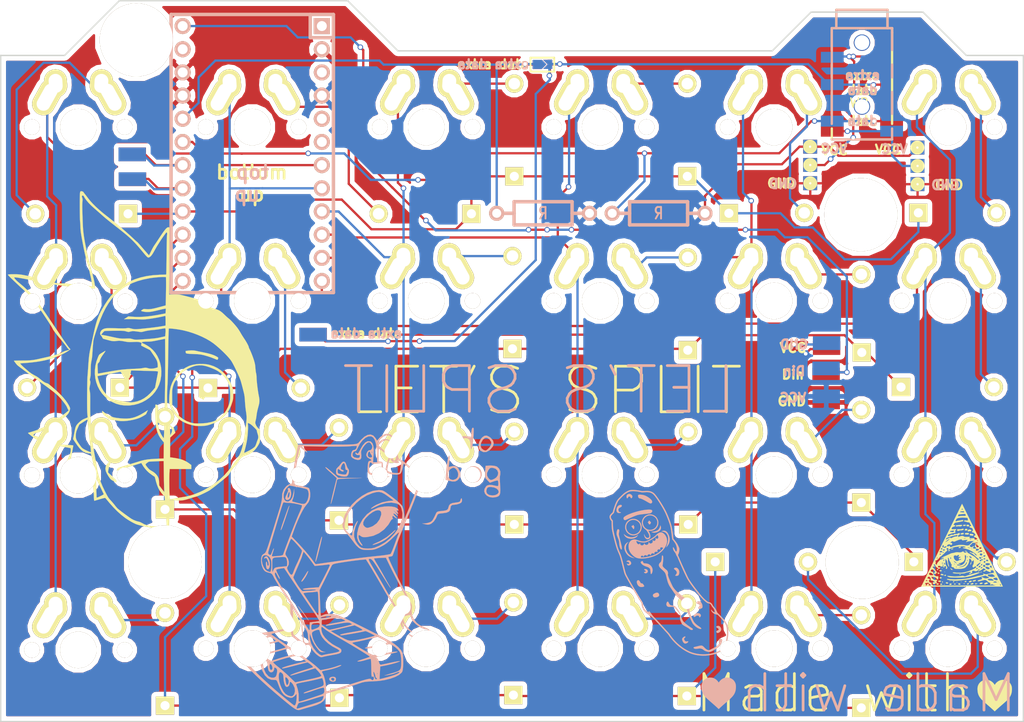
<source format=kicad_pcb>
(kicad_pcb (version 4) (host pcbnew 4.0.7)
  (layers (0 F.Cu signal) (31 B.Cu signal) (34 B.Paste user hide) (35 F.Paste user hide) (36 B.SilkS user) (37 F.SilkS user) (38 B.Mask user hide) (39 F.Mask user hide) (44 Edge.Cuts user))
  (net 0 "")
  (net 1 "Net-(D1-Pad2)")
  (net 2 row0)
  (net 3 "Net-(D2-Pad2)")
  (net 4 row1)
  (net 5 "Net-(D3-Pad2)")
  (net 6 row2)
  (net 7 "Net-(D4-Pad2)")
  (net 8 row3)
  (net 9 "Net-(D5-Pad2)")
  (net 10 "Net-(D6-Pad2)")
  (net 11 "Net-(D7-Pad2)")
  (net 12 "Net-(D8-Pad2)")
  (net 13 "Net-(D9-Pad2)")
  (net 14 "Net-(D10-Pad2)")
  (net 15 "Net-(D11-Pad2)")
  (net 16 "Net-(D12-Pad2)")
  (net 17 "Net-(D13-Pad2)")
  (net 18 "Net-(D14-Pad2)")
  (net 19 "Net-(D15-Pad2)")
  (net 20 "Net-(D16-Pad2)")
  (net 21 "Net-(D17-Pad2)")
  (net 22 "Net-(D18-Pad2)")
  (net 23 "Net-(D19-Pad2)")
  (net 24 "Net-(D20-Pad2)")
  (net 25 "Net-(D21-Pad2)")
  (net 26 "Net-(D22-Pad2)")
  (net 27 "Net-(D23-Pad2)")
  (net 28 "Net-(D24-Pad2)")
  (net 29 GND)
  (net 30 "Net-(J1-Pad2)")
  (net 31 VCC)
  (net 32 data)
  (net 33 xtradata)
  (net 34 "Net-(J2-Pad4)")
  (net 35 "Net-(R1-Pad2)")
  (net 36 col0)
  (net 37 col1)
  (net 38 col2)
  (net 39 col3)
  (net 40 col4)
  (net 41 col5)
  (net 42 "Net-(U1-Pad1)")
  (net 43 "Net-(U1-Pad3)")
  (net 44 "Net-(U1-Pad5)")
  (net 45 "Net-(U1-Pad6)")
  (net 46 "Net-(U1-Pad22)")
  (net 47 "Net-(U1-Pad23)")
  (net 48 "Net-(U1-Pad28)")
  (net 49 "Net-(U1-Pad29)")
  (module Diodes_ThroughHole:Diode_DO-41_SOD81_Horizontal_RM10 (layer F.Cu) (at 135.9 56.25)
    (fp_text reference D21 hide)
    (fp_text value D)
    (pad 2 thru_hole circle (at 10.16 -0.00254 180) (size 1.99898 1.99898) (drill 1.27) (layers *.Cu *.Mask F.SilkS) (net 25 "Net-(D21-Pad2)"))
    (pad 1 thru_hole rect (at 1.6 0 180) (size 1.99898 1.99898) (drill 1.00076) (layers *.Cu *.Mask F.SilkS) (net 2 row0))
  )
  (module prettylib:JUMPER_SMD_2DUB (layer F.Cu) (at 96.3198 40.005 180)
    (fp_text reference W1 hide)
    (fp_text value TEST)
    (pad 2 smd rect (at 0.0588 0.0254 225) (size 0.707 0.707) (layers F.Cu F.Paste F.Mask) (net 35 "Net-(R1-Pad2)"))
    (pad 1 smd trapezoid (at -0.5812 0.2754 180) (size 0.5001 0.5) (rect_delta 0 0.5) (layers F.Cu F.Paste F.Mask) (net 33 xtradata))
    (pad 1 smd trapezoid (at -0.5812 -0.2246) (size 0.5001 0.5) (rect_delta 0 0.5) (layers F.Cu F.Paste F.Mask) (net 33 xtradata))
    (pad 1 smd rect (at -0.8312 0.0254) (size 0.5 1) (layers F.Cu F.Paste F.Mask) (net 33 xtradata))
    (pad 1 smd trapezoid (at -0.5812 0.2754 180) (size 0.5001 0.5) (rect_delta 0 0.5) (layers B.Cu F.Paste F.Mask) (net 33 xtradata))
    (pad 2 smd rect (at 0.56 0.01 180) (size 1 1) (layers F.Cu F.Paste F.Mask) (net 35 "Net-(R1-Pad2)"))
    (pad 2 smd rect (at 0.0588 0.0254 225) (size 0.707 0.707) (layers B.Cu F.Paste F.Mask) (net 35 "Net-(R1-Pad2)"))
    (pad 1 smd trapezoid (at -0.5812 -0.2246) (size 0.5001 0.5) (rect_delta 0 0.5) (layers B.Cu F.Paste F.Mask) (net 33 xtradata))
    (pad 1 smd rect (at -0.8312 0.0254) (size 0.5 1) (layers B.Cu F.Paste F.Mask) (net 33 xtradata))
    (pad 2 smd rect (at 0.56 0.02 180) (size 1 1) (layers B.Cu F.Paste F.Mask) (net 35 "Net-(R1-Pad2)"))
  )
  (module Diodes_ThroughHole:Diode_DO-41_SOD81_Horizontal_RM10 (layer F.Cu) (at 59.7 75.45)
    (fp_text reference D6 hide)
    (fp_text value D hide)
    (pad 2 thru_hole circle (at 10.16 -0.00254 180) (size 1.99898 1.99898) (drill 1.27) (layers *.Cu *.Mask F.SilkS) (net 10 "Net-(D6-Pad2)"))
    (pad 1 thru_hole rect (at 0 -0.00254 180) (size 1.99898 1.99898) (drill 1.00076) (layers *.Cu *.Mask F.SilkS) (net 4 row1))
  )
  (module Diodes_ThroughHole:Diode_DO-41_SOD81_Horizontal_RM10 (layer F.Cu) (at 115.25 94.5)
    (fp_text reference D24 hide)
    (fp_text value D)
    (pad 2 thru_hole circle (at 10.16 -0.00254 180) (size 1.99898 1.99898) (drill 1.27) (layers *.Cu *.Mask F.SilkS) (net 28 "Net-(D24-Pad2)"))
    (pad 1 thru_hole rect (at 0 -0.00254 180) (size 1.99898 1.99898) (drill 1.00076) (layers *.Cu *.Mask F.SilkS) (net 8 row3))
  )
  (module Diodes_ThroughHole:Diode_DO-41_SOD81_Horizontal_RM10 (layer F.Cu) (at 93.25 52.25 90)
    (fp_text reference D9 hide)
    (fp_text value D)
    (pad 2 thru_hole circle (at 10.16 -0.00254 270) (size 1.99898 1.99898) (drill 1.27) (layers *.Cu *.Mask F.SilkS) (net 13 "Net-(D9-Pad2)"))
    (pad 1 thru_hole rect (at 0 -0.00254 270) (size 1.99898 1.99898) (drill 1.00076) (layers *.Cu *.Mask F.SilkS) (net 2 row0))
  )
  (module Diodes_ThroughHole:Diode_DO-41_SOD81_Horizontal_RM10 (layer F.Cu) (at 93.05 71.15 90)
    (fp_text reference D10 hide)
    (fp_text value D)
    (pad 2 thru_hole circle (at 10.16 -0.00254 270) (size 1.99898 1.99898) (drill 1.27) (layers *.Cu *.Mask F.SilkS) (net 14 "Net-(D10-Pad2)"))
    (pad 1 thru_hole rect (at 0 -0.00254 270) (size 1.99898 1.99898) (drill 1.00076) (layers *.Cu *.Mask F.SilkS) (net 4 row1))
  )
  (module Diodes_ThroughHole:Diode_DO-41_SOD81_Horizontal_RM10 (layer F.Cu) (at 112.25 71.3 90)
    (fp_text reference D14 hide)
    (fp_text value D)
    (pad 2 thru_hole circle (at 10.16 -0.00254 270) (size 1.99898 1.99898) (drill 1.27) (layers *.Cu *.Mask F.SilkS) (net 18 "Net-(D14-Pad2)"))
    (pad 1 thru_hole rect (at 0 -0.00254 270) (size 1.99898 1.99898) (drill 1.00076) (layers *.Cu *.Mask F.SilkS) (net 4 row1))
  )
  (module Diodes_ThroughHole:Diode_DO-41_SOD81_Horizontal_RM10 (layer F.Cu) (at 131.3 71.55 90)
    (fp_text reference D18 hide)
    (fp_text value D)
    (pad 2 thru_hole circle (at 8.55 -0.05 270) (size 1.99898 1.99898) (drill 1.27) (layers *.Cu *.Mask F.SilkS) (net 22 "Net-(D18-Pad2)"))
    (pad 1 thru_hole rect (at 0 -0.00254 270) (size 1.99898 1.99898) (drill 1.00076) (layers *.Cu *.Mask F.SilkS) (net 4 row1))
  )
  (module Diodes_ThroughHole:Diode_DO-41_SOD81_Horizontal_RM10 (layer F.Cu) (at 93.15 109.1 90)
    (fp_text reference D12 hide)
    (fp_text value D)
    (pad 2 thru_hole circle (at 10.16 -0.00254 270) (size 1.99898 1.99898) (drill 1.27) (layers *.Cu *.Mask F.SilkS) (net 16 "Net-(D12-Pad2)"))
    (pad 1 thru_hole rect (at 0 -0.00254 270) (size 1.99898 1.99898) (drill 1.00076) (layers *.Cu *.Mask F.SilkS) (net 8 row3))
  )
  (module Diodes_ThroughHole:Diode_DO-41_SOD81_Horizontal_RM10 (layer F.Cu) (at 137 94.5)
    (fp_text reference D23 hide)
    (fp_text value D)
    (pad 2 thru_hole circle (at 10.16 -0.00254 180) (size 1.99898 1.99898) (drill 1.27) (layers *.Cu *.Mask F.SilkS) (net 27 "Net-(D23-Pad2)"))
    (pad 1 thru_hole rect (at 0 -0.00254 180) (size 1.99898 1.99898) (drill 1.00076) (layers *.Cu *.Mask F.SilkS) (net 6 row2))
  )
  (module Diodes_ThroughHole:Diode_DO-41_SOD81_Horizontal_RM10 (layer F.Cu) (at 135.6 75.35)
    (fp_text reference D22 hide)
    (fp_text value D)
    (pad 2 thru_hole circle (at 10.16 -0.00254 180) (size 1.99898 1.99898) (drill 1.27) (layers *.Cu *.Mask F.SilkS) (net 26 "Net-(D22-Pad2)"))
    (pad 1 thru_hole rect (at 0 -0.00254 180) (size 1.99898 1.99898) (drill 1.00076) (layers *.Cu *.Mask F.SilkS) (net 4 row1))
  )
  (module Diodes_ThroughHole:Diode_DO-41_SOD81_Horizontal_RM10 (layer F.Cu) (at 131.25 110.5 90)
    (fp_text reference D20 hide)
    (fp_text value D)
    (pad 2 thru_hole circle (at 10.16 -0.00254 270) (size 1.99898 1.99898) (drill 1.27) (layers *.Cu *.Mask F.SilkS) (net 24 "Net-(D20-Pad2)"))
    (pad 1 thru_hole rect (at 0 -0.00254 270) (size 1.99898 1.99898) (drill 1.00076) (layers *.Cu *.Mask F.SilkS) (net 8 row3))
  )
  (module Diodes_ThroughHole:Diode_DO-41_SOD81_Horizontal_RM10 (layer F.Cu) (at 112.15 109.2 90)
    (fp_text reference D16 hide)
    (fp_text value D)
    (pad 2 thru_hole circle (at 10.16 -0.00254 270) (size 1.99898 1.99898) (drill 1.27) (layers *.Cu *.Mask F.SilkS) (net 20 "Net-(D16-Pad2)"))
    (pad 1 thru_hole rect (at 0 -0.00254 270) (size 1.99898 1.99898) (drill 1.00076) (layers *.Cu *.Mask F.SilkS) (net 8 row3))
  )
  (module Diodes_ThroughHole:Diode_DO-41_SOD81_Horizontal_RM10 (layer F.Cu) (at 112.3 90.4 90)
    (fp_text reference D15 hide)
    (fp_text value D)
    (pad 2 thru_hole circle (at 10.16 -0.00254 270) (size 1.99898 1.99898) (drill 1.27) (layers *.Cu *.Mask F.SilkS) (net 19 "Net-(D15-Pad2)"))
    (pad 1 thru_hole rect (at 0 -0.00254 270) (size 1.99898 1.99898) (drill 1.00076) (layers *.Cu *.Mask F.SilkS) (net 6 row2))
  )
  (module Diodes_ThroughHole:Diode_DO-41_SOD81_Horizontal_RM10 (layer F.Cu) (at 93.25 90.4 90)
    (fp_text reference D11 hide)
    (fp_text value D)
    (pad 2 thru_hole circle (at 10.16 -0.00254 270) (size 1.99898 1.99898) (drill 1.27) (layers *.Cu *.Mask F.SilkS) (net 15 "Net-(D11-Pad2)"))
    (pad 1 thru_hole rect (at 0 -0.00254 270) (size 1.99898 1.99898) (drill 1.00076) (layers *.Cu *.Mask F.SilkS) (net 6 row2))
  )
  (module Diodes_ThroughHole:Diode_DO-41_SOD81_Horizontal_RM10 (layer F.Cu) (at 74.05 89.95 90)
    (fp_text reference D7 hide)
    (fp_text value D)
    (pad 2 thru_hole circle (at 10.16 -0.00254 270) (size 1.99898 1.99898) (drill 1.27) (layers *.Cu *.Mask F.SilkS) (net 11 "Net-(D7-Pad2)"))
    (pad 1 thru_hole rect (at 0 -0.00254 270) (size 1.99898 1.99898) (drill 1.00076) (layers *.Cu *.Mask F.SilkS) (net 6 row2))
  )
  (module Diodes_ThroughHole:Diode_DO-41_SOD81_Horizontal_RM10 (layer F.Cu) (at 74.1 109.4 90)
    (fp_text reference D8 hide)
    (fp_text value D)
    (pad 2 thru_hole circle (at 10.16 -0.00254 270) (size 1.99898 1.99898) (drill 1.27) (layers *.Cu *.Mask F.SilkS) (net 12 "Net-(D8-Pad2)"))
    (pad 1 thru_hole rect (at 0 -0.00254 270) (size 1.99898 1.99898) (drill 1.00076) (layers *.Cu *.Mask F.SilkS) (net 8 row3))
  )
  (module Diodes_ThroughHole:Diode_DO-41_SOD81_Horizontal_RM10 (layer F.Cu) (at 55 110.25 90)
    (fp_text reference D4 hide)
    (fp_text value D)
    (pad 2 thru_hole circle (at 10.16 -0.00254 270) (size 1.99898 1.99898) (drill 1.27) (layers *.Cu *.Mask F.SilkS) (net 7 "Net-(D4-Pad2)"))
    (pad 1 thru_hole rect (at 0 -0.00254 270) (size 1.99898 1.99898) (drill 1.00076) (layers *.Cu *.Mask F.SilkS) (net 8 row3))
  )
  (module Diodes_ThroughHole:Diode_DO-41_SOD81_Horizontal_RM10 (layer F.Cu) (at 55 88.75 90)
    (fp_text reference D3 hide)
    (fp_text value D)
    (pad 2 thru_hole circle (at 10.16 -0.00254 270) (size 1.99898 1.99898) (drill 1.27) (layers *.Cu *.Mask F.SilkS) (net 5 "Net-(D3-Pad2)"))
    (pad 1 thru_hole rect (at 0 -0.00254 270) (size 1.99898 1.99898) (drill 1.00076) (layers *.Cu *.Mask F.SilkS) (net 6 row2))
  )
  (module Diodes_ThroughHole:Diode_DO-41_SOD81_Horizontal_RM10 (layer F.Cu) (at 50.05 75.4 180)
    (fp_text reference D2 hide)
    (fp_text value D)
    (pad 2 thru_hole circle (at 10.16 -0.00254) (size 1.99898 1.99898) (drill 1.27) (layers *.Cu *.Mask F.SilkS) (net 3 "Net-(D2-Pad2)"))
    (pad 1 thru_hole rect (at 0 -0.00254) (size 1.99898 1.99898) (drill 1.00076) (layers *.Cu *.Mask F.SilkS) (net 4 row1))
  )
  (module Diodes_ThroughHole:Diode_DO-41_SOD81_Horizontal_RM10 (layer F.Cu) (at 50.95 56.35 180)
    (fp_text reference D1 hide)
    (fp_text value D)
    (pad 2 thru_hole circle (at 10.16 -0.00254) (size 1.99898 1.99898) (drill 1.27) (layers *.Cu *.Mask F.SilkS) (net 1 "Net-(D1-Pad2)"))
    (pad 1 thru_hole rect (at 0 -0.00254) (size 1.99898 1.99898) (drill 1.00076) (layers *.Cu *.Mask F.SilkS) (net 2 row0))
  )
  (module Diodes_ThroughHole:Diode_DO-41_SOD81_Horizontal_RM10 (layer F.Cu) (at 88.55 56.35 180)
    (fp_text reference D5 hide)
    (fp_text value D)
    (pad 2 thru_hole circle (at 10.16 -0.00254) (size 1.99898 1.99898) (drill 1.27) (layers *.Cu *.Mask F.SilkS) (net 9 "Net-(D5-Pad2)"))
    (pad 1 thru_hole rect (at 0 -0.00254) (size 1.99898 1.99898) (drill 1.00076) (layers *.Cu *.Mask F.SilkS) (net 2 row0))
  )
  (module Diodes_ThroughHole:Diode_DO-41_SOD81_Horizontal_RM10 (layer F.Cu) (at 116.75 56.3)
    (fp_text reference D17 hide)
    (fp_text value D)
    (pad 2 thru_hole circle (at 8.25 -0.05 180) (size 1.99898 1.99898) (drill 1.27) (layers *.Cu *.Mask F.SilkS) (net 21 "Net-(D17-Pad2)"))
    (pad 1 thru_hole rect (at 0 -0.00254 180) (size 1.99898 1.99898) (drill 1.00076) (layers *.Cu *.Mask F.SilkS) (net 2 row0))
  )
  (module picLIB:heart_4mm (layer F.Cu) (at 145.8595 109.1565)
    (fp_text reference G*** hide)
    (fp_text value LOGO hide)
  )
  (module Mounting_Holes:MountingHole_2.2mm_M2 (layer F.Cu) (at 131.318 44.59986)
    (fp_text reference REF** hide)
    (fp_text value MountingHole_2.2mm_M2)
    (pad "" np_thru_hole circle (at 0 0) (size 1.8 1.8) (drill 1.6) (layers *.Cu *.Mask))
  )
  (module SparkFun-Connectors:AUDIO-JACK-TRRS-SMD (layer B.Cu) (at 131.318 36.0045 270)
    (fp_text reference "" hide)
    (fp_text value "" (at 0 0 270) (layer B.SilkS) (effects (justify mirror)))
    (pad EART smd rect (at 11.29792 -3.24866 270) (size 1.19888 2.49936) (layers B.Cu B.Paste B.Mask))
    (pad RING smd rect (at 6.1976 3.24866 270) (size 1.19888 2.49936) (layers B.Cu B.Paste B.Mask))
    (pad RING smd rect (at 3.19786 3.24866 90) (size 1.19888 2.49936) (layers B.Cu B.Paste B.Mask))
    (pad TIP smd rect (at 10.1981 3.24866 270) (size 1.19888 2.49936) (layers B.Cu B.Paste B.Mask))
  )
  (module picLIB:RandM_29x39mm (layer F.Cu) (at 51.816 72.39)
    (fp_text reference G*** hide)
    (fp_text value LOGO hide)
  )
  (module picLIB:robot_34mm (layer B.Cu) (at 78.0415 94.4245 180)
    (fp_text reference G*** hide)
    (fp_text value LOGO hide)
  )
  (module picLIB:picklerick_9x21mm (layer B.Cu) (at 109.728 96.012 205)
    (fp_text reference G*** hide)
    (fp_text value LOGO hide)
  )
  (module picLIB:illuminati_10mm (layer F.Cu) (at 142.24 93.218)
    (fp_text reference G*** hide)
    (fp_text value LOGO hide)
  )
  (module Wire_Pads:SolderWirePad_single_2mmDrill (layer F.Cu) (at 131 48)
    (fp_text reference W2 (at 0 -3.81) (layer F.SilkS))
    (fp_text value TEST_1P)
  )
  (module SparkFun-Connectors:AUDIO-JACK-TRRS-SMD (layer F.Cu) (at 131.318 36.0045 270)
    (fp_text reference "" hide)
    (fp_text value "" (at 0 0 270) (layer F.SilkS))
    (pad EART smd rect (at 11.29792 3.24866 270) (size 1.19888 2.49936) (layers F.Cu F.Paste F.Mask))
    (pad RING smd rect (at 6.1976 -3.24866 270) (size 1.19888 2.49936) (layers F.Cu F.Paste F.Mask))
    (pad RING smd rect (at 3.19786 -3.24866 90) (size 1.19888 2.49936) (layers F.Cu F.Paste F.Mask))
    (pad TIP smd rect (at 10.1981 -3.24866 270) (size 1.19888 2.49936) (layers F.Cu F.Paste F.Mask))
  )
  (module Wire_Pads:SolderWirePad_single_SMD_5x10mm (layer B.Cu) (at 51.40198 49.8475 270)
    (fp_text reference "" hide)
    (fp_text value SolderWirePad_single_SMD_5x10mm)
    (pad 1 smd rect (at 0 0 270) (size 1.5 3) (layers B.Cu B.Paste B.Mask))
  )
  (module Wire_Pads:SolderWirePad_single_SMD_5x10mm (layer B.Cu) (at 51.41976 52.55768 270)
    (fp_text reference "" hide)
    (fp_text value SolderWirePad_single_SMD_5x10mm)
    (pad 1 smd rect (at 0 0 270) (size 1.5 3) (layers B.Cu B.Paste B.Mask))
  )
  (module Wire_Pads:SolderWirePad_single_SMD_5x10mm (layer F.Cu) (at 127.40386 77.0255 90)
    (fp_text reference "" hide)
    (fp_text value SolderWirePad_single_SMD_5x10mm)
    (pad 1 smd rect (at 0 0 90) (size 1.5 3) (layers F.Cu F.Paste F.Mask) (net 29 GND))
  )
  (module Wire_Pads:SolderWirePad_single_SMD_5x10mm (layer B.Cu) (at 127.38862 73.29932 270)
    (fp_text reference "" hide)
    (fp_text value SolderWirePad_single_SMD_5x10mm)
    (pad 1 smd rect (at 0 0 270) (size 1.5 3) (layers B.Cu B.Paste B.Mask))
  )
  (module Wire_Pads:SolderWirePad_single_SMD_5x10mm (layer F.Cu) (at 127.39116 73.96734 90)
    (fp_text reference "" hide)
    (fp_text value SolderWirePad_single_SMD_5x10mm)
    (pad 1 smd rect (at 0 0 90) (size 1.5 3) (layers F.Cu F.Paste F.Mask))
  )
  (module Wire_Pads:SolderWirePad_single_SMD_5x10mm (layer B.Cu) (at 127.44704 70.53072 270)
    (fp_text reference "" hide)
    (fp_text value SolderWirePad_single_SMD_5x10mm)
    (pad 1 smd rect (at 0 0 270) (size 1.5 3) (layers B.Cu B.Paste B.Mask) (net 29 GND))
  )
  (module Wire_Pads:SolderWirePad_single_SMD_5x10mm (layer F.Cu) (at 127.44704 71.0692 90)
    (fp_text reference "" hide)
    (fp_text value SolderWirePad_single_SMD_5x10mm)
    (pad 1 smd rect (at 0 0 90) (size 1.5 3) (layers F.Cu F.Paste F.Mask) (net 31 VCC))
  )
  (module Wire_Pads:SolderWirePad_single_SMD_5x10mm (layer B.Cu) (at 127.41148 76.36256 270)
    (fp_text reference "" hide)
    (fp_text value SolderWirePad_single_SMD_5x10mm)
    (pad 1 smd rect (at 0 0 270) (size 1.5 3) (layers B.Cu B.Paste B.Mask) (net 31 VCC))
  )
  (module Mounting_Holes:MountingHole_2.2mm_M2 (layer F.Cu) (at 131.32054 37.59962)
    (fp_text reference REF** hide)
    (fp_text value MountingHole_2.2mm_M2)
    (pad "" np_thru_hole circle (at 0 0) (size 1.8 1.8) (drill 1.6) (layers *.Cu *.Mask))
  )
  (module Wire_Pads:SolderWirePad_single_SMD_5x10mm (layer F.Cu) (at 51.41214 49.84242 90)
    (fp_text reference "" hide)
    (fp_text value SolderWirePad_single_SMD_5x10mm)
    (pad 1 smd rect (at 0 0 90) (size 1.5 3) (layers F.Cu F.Paste F.Mask))
  )
  (module Wire_Pads:SolderWirePad_single_SMD_5x10mm (layer F.Cu) (at 51.43754 52.5653 90)
    (fp_text reference "" hide)
    (fp_text value SolderWirePad_single_SMD_5x10mm)
    (pad 1 smd rect (at 0 0 90) (size 1.5 3) (layers F.Cu F.Paste F.Mask))
  )
  (module Wire_Pads:SolderWirePad_single_SMD_5x10mm (layer F.Cu) (at 71.21144 69.58584 90)
    (fp_text reference "" hide)
    (fp_text value SolderWirePad_single_SMD_5x10mm)
    (pad 1 smd rect (at 0 0 90) (size 1.5 3) (layers F.Cu F.Paste F.Mask))
  )
  (module Wire_Pads:SolderWirePad_single_SMD_5x10mm (layer B.Cu) (at 71.21144 69.59854 270)
    (fp_text reference "" hide)
    (fp_text value SolderWirePad_single_SMD_5x10mm)
    (pad 1 smd rect (at 0 0 270) (size 1.5 3) (layers B.Cu B.Paste B.Mask))
  )
  (module picLIB:heart_4mm (layer B.Cu) (at 115.6335 108.9025 180)
    (fp_text reference G*** hide)
    (fp_text value LOGO hide)
  )
  (module Diodes_ThroughHole:Diode_DO-41_SOD81_Horizontal_RM10 (layer F.Cu) (at 112.2 52.25 90)
    (fp_text reference D13 hide)
    (fp_text value D)
    (pad 2 thru_hole circle (at 10.16 -0.00254 270) (size 1.99898 1.99898) (drill 1.27) (layers *.Cu *.Mask F.SilkS) (net 17 "Net-(D13-Pad2)"))
    (pad 1 thru_hole rect (at 0 -0.00254 270) (size 1.99898 1.99898) (drill 1.00076) (layers *.Cu *.Mask F.SilkS) (net 2 row0))
  )
  (module flipalps:MXALPS_FLIP (layer F.Cu) (at 140.75 46.85)
    (fp_text reference SW21 hide)
    (fp_text value SW_PUSH hide)
    (pad 1 thru_hole oval (at -2.48 -4.79 3.9) (size 2.5 3.08) (drill oval 1.5 2.08) (layers *.Cu *.Mask F.SilkS) (net 41 col5))
    (pad 2 thru_hole oval (at 3.595 -3.27 29) (size 2.5 4.17) (drill oval 1.5 3.17) (layers *.Cu *.Mask F.SilkS) (net 25 "Net-(D21-Pad2)"))
    (pad "" np_thru_hole circle (at 0 0) (size 3.98781 3.98781) (drill 3.9878) (layers *.Cu *.Mask F.SilkS) (clearance 0.1524))
    (pad "" np_thru_hole circle (at 5.08 0) (size 1.70181 1.70181) (drill 1.7018) (layers *.Cu *.Mask F.SilkS) (clearance 0.1524))
    (pad 1 thru_hole oval (at -3.405 -3.27 330.95) (size 2.5 4.17) (drill oval 1.5 3.17) (layers *.Cu *.Mask F.SilkS) (net 41 col5))
    (pad 2 thru_hole oval (at 2.52 -4.79 356.1) (size 2.5 3.08) (drill oval 1.5 2.08) (layers *.Cu *.Mask F.SilkS) (net 25 "Net-(D21-Pad2)"))
  )
  (module flipalps:MXALPS_FLIP (layer F.Cu) (at 121.7 46.85)
    (fp_text reference SW17 hide)
    (fp_text value SW_PUSH hide)
    (pad 1 thru_hole oval (at -2.48 -4.79 3.9) (size 2.5 3.08) (drill oval 1.5 2.08) (layers *.Cu *.Mask F.SilkS) (net 40 col4))
    (pad 2 thru_hole oval (at 3.595 -3.27 29) (size 2.5 4.17) (drill oval 1.5 3.17) (layers *.Cu *.Mask F.SilkS) (net 21 "Net-(D17-Pad2)"))
    (pad "" np_thru_hole circle (at 0 0) (size 3.98781 3.98781) (drill 3.9878) (layers *.Cu *.Mask F.SilkS) (clearance 0.1524))
    (pad "" np_thru_hole circle (at -5.08 0) (size 1.70181 1.70181) (drill 1.7018) (layers *.Cu *.Mask F.SilkS) (clearance 0.1524))
    (pad 1 thru_hole oval (at -3.405 -3.27 330.95) (size 2.5 4.17) (drill oval 1.5 3.17) (layers *.Cu *.Mask F.SilkS) (net 40 col4))
    (pad 2 thru_hole oval (at 2.52 -4.79 356.1) (size 2.5 3.08) (drill oval 1.5 2.08) (layers *.Cu *.Mask F.SilkS) (net 21 "Net-(D17-Pad2)"))
  )
  (module Diodes_ThroughHole:Diode_DO-41_SOD81_Horizontal_RM10 (layer F.Cu) (at 131.25 88 90)
    (fp_text reference D19 hide)
    (fp_text value D)
    (pad 2 thru_hole circle (at 10.16 -0.00254 270) (size 1.99898 1.99898) (drill 1.27) (layers *.Cu *.Mask F.SilkS) (net 23 "Net-(D19-Pad2)"))
    (pad 1 thru_hole rect (at 0 -0.00254 270) (size 1.99898 1.99898) (drill 1.00076) (layers *.Cu *.Mask F.SilkS) (net 6 row2))
  )
  (module footprint:RESISTOR (layer B.Cu) (at 96.4 56.3 180)
    (fp_text reference R1 hide)
    (fp_text value R (at 0 0 360) (layer B.SilkS) (effects (font (size 1.27 1.016) (thickness 0.2032)) (justify mirror)))
    (pad 1 thru_hole circle (at -5.08 0 180) (size 1.651 1.651) (drill 0.9906) (layers *.Cu *.SilkS *.Mask) (net 31 VCC))
    (pad 2 thru_hole circle (at 5.08 0 180) (size 1.651 1.651) (drill 0.9906) (layers *.Cu *.SilkS *.Mask) (net 35 "Net-(R1-Pad2)"))
  )
  (module footprint:RESISTOR (layer B.Cu) (at 109.05 56.3)
    (fp_text reference R2 hide)
    (fp_text value R (at 0 0) (layer B.SilkS) (effects (font (size 1.27 1.016) (thickness 0.2032)) (justify mirror)))
    (pad 1 thru_hole circle (at -5.08 0) (size 1.651 1.651) (drill 0.9906) (layers *.Cu *.SilkS *.Mask) (net 32 data))
    (pad 2 thru_hole circle (at 5.08 0) (size 1.651 1.651) (drill 0.9906) (layers *.Cu *.SilkS *.Mask) (net 31 VCC))
  )
  (module flipalps:MXALPS_FLIP (layer F.Cu) (at 45.5 46.85)
    (fp_text reference SW1 hide)
    (fp_text value SW_PUSH hide)
    (pad 1 thru_hole oval (at -2.48 -4.79 3.9) (size 2.5 3.08) (drill oval 1.5 2.08) (layers *.Cu *.Mask F.SilkS) (net 36 col0))
    (pad 2 thru_hole oval (at 3.595 -3.27 29) (size 2.5 4.17) (drill oval 1.5 3.17) (layers *.Cu *.Mask F.SilkS) (net 1 "Net-(D1-Pad2)"))
    (pad "" np_thru_hole circle (at 0 0) (size 3.98781 3.98781) (drill 3.9878) (layers *.Cu *.Mask F.SilkS) (clearance 0.1524))
    (pad "" np_thru_hole circle (at -5.08 0) (size 1.70181 1.70181) (drill 1.7018) (layers *.Cu *.Mask F.SilkS) (clearance 0.1524))
    (pad "" np_thru_hole circle (at 5.08 0) (size 1.70181 1.70181) (drill 1.7018) (layers *.Cu *.Mask F.SilkS) (clearance 0.1524))
    (pad 1 thru_hole oval (at -3.405 -3.27 330.95) (size 2.5 4.17) (drill oval 1.5 3.17) (layers *.Cu *.Mask F.SilkS) (net 36 col0))
    (pad 2 thru_hole oval (at 2.52 -4.79 356.1) (size 2.5 3.08) (drill oval 1.5 2.08) (layers *.Cu *.Mask F.SilkS) (net 1 "Net-(D1-Pad2)"))
  )
  (module flipalps:MXALPS_FLIP (layer F.Cu) (at 45.55 65.95)
    (fp_text reference SW2 hide)
    (fp_text value SW_PUSH hide)
    (pad 1 thru_hole oval (at -2.48 -4.79 3.9) (size 2.5 3.08) (drill oval 1.5 2.08) (layers *.Cu *.Mask F.SilkS) (net 36 col0))
    (pad 2 thru_hole oval (at 3.595 -3.27 29) (size 2.5 4.17) (drill oval 1.5 3.17) (layers *.Cu *.Mask F.SilkS) (net 3 "Net-(D2-Pad2)"))
    (pad "" np_thru_hole circle (at 0 0) (size 3.98781 3.98781) (drill 3.9878) (layers *.Cu *.Mask F.SilkS) (clearance 0.1524))
    (pad "" np_thru_hole circle (at -5.08 0) (size 1.70181 1.70181) (drill 1.7018) (layers *.Cu *.Mask F.SilkS) (clearance 0.1524))
    (pad "" np_thru_hole circle (at 5.08 0) (size 1.70181 1.70181) (drill 1.7018) (layers *.Cu *.Mask F.SilkS) (clearance 0.1524))
    (pad 1 thru_hole oval (at -3.405 -3.27 330.95) (size 2.5 4.17) (drill oval 1.5 3.17) (layers *.Cu *.Mask F.SilkS) (net 36 col0))
    (pad 2 thru_hole oval (at 2.52 -4.79 356.1) (size 2.5 3.08) (drill oval 1.5 2.08) (layers *.Cu *.Mask F.SilkS) (net 3 "Net-(D2-Pad2)"))
  )
  (module flipalps:MXALPS_FLIP (layer F.Cu) (at 45.5 85)
    (fp_text reference SW3 hide)
    (fp_text value SW_PUSH hide)
    (pad 1 thru_hole oval (at -2.48 -4.79 3.9) (size 2.5 3.08) (drill oval 1.5 2.08) (layers *.Cu *.Mask F.SilkS) (net 36 col0))
    (pad 2 thru_hole oval (at 3.595 -3.27 29) (size 2.5 4.17) (drill oval 1.5 3.17) (layers *.Cu *.Mask F.SilkS) (net 5 "Net-(D3-Pad2)"))
    (pad "" np_thru_hole circle (at 0 0) (size 3.98781 3.98781) (drill 3.9878) (layers *.Cu *.Mask F.SilkS) (clearance 0.1524))
    (pad "" np_thru_hole circle (at -5.08 0) (size 1.70181 1.70181) (drill 1.7018) (layers *.Cu *.Mask F.SilkS) (clearance 0.1524))
    (pad "" np_thru_hole circle (at 5.08 0) (size 1.70181 1.70181) (drill 1.7018) (layers *.Cu *.Mask F.SilkS) (clearance 0.1524))
    (pad 1 thru_hole oval (at -3.405 -3.27 330.95) (size 2.5 4.17) (drill oval 1.5 3.17) (layers *.Cu *.Mask F.SilkS) (net 36 col0))
    (pad 2 thru_hole oval (at 2.52 -4.79 356.1) (size 2.5 3.08) (drill oval 1.5 2.08) (layers *.Cu *.Mask F.SilkS) (net 5 "Net-(D3-Pad2)"))
  )
  (module flipalps:MXALPS_FLIP (layer F.Cu) (at 45.5 104.15)
    (fp_text reference SW4 hide)
    (fp_text value SW_PUSH hide)
    (pad 1 thru_hole oval (at -2.48 -4.79 3.9) (size 2.5 3.08) (drill oval 1.5 2.08) (layers *.Cu *.Mask F.SilkS) (net 36 col0))
    (pad 2 thru_hole oval (at 3.595 -3.27 29) (size 2.5 4.17) (drill oval 1.5 3.17) (layers *.Cu *.Mask F.SilkS) (net 7 "Net-(D4-Pad2)"))
    (pad "" np_thru_hole circle (at 0 0) (size 3.98781 3.98781) (drill 3.9878) (layers *.Cu *.Mask F.SilkS) (clearance 0.1524))
    (pad "" np_thru_hole circle (at -5.08 0) (size 1.70181 1.70181) (drill 1.7018) (layers *.Cu *.Mask F.SilkS) (clearance 0.1524))
    (pad "" np_thru_hole circle (at 5.08 0) (size 1.70181 1.70181) (drill 1.7018) (layers *.Cu *.Mask F.SilkS) (clearance 0.1524))
    (pad 1 thru_hole oval (at -3.405 -3.27 330.95) (size 2.5 4.17) (drill oval 1.5 3.17) (layers *.Cu *.Mask F.SilkS) (net 36 col0))
    (pad 2 thru_hole oval (at 2.52 -4.79 356.1) (size 2.5 3.08) (drill oval 1.5 2.08) (layers *.Cu *.Mask F.SilkS) (net 7 "Net-(D4-Pad2)"))
  )
  (module flipalps:MXALPS_FLIP (layer F.Cu) (at 64.55 46.85)
    (fp_text reference SW5 hide)
    (fp_text value SW_PUSH hide)
    (pad 1 thru_hole oval (at -2.48 -4.79 3.9) (size 2.5 3.08) (drill oval 1.5 2.08) (layers *.Cu *.Mask F.SilkS) (net 37 col1))
    (pad 2 thru_hole oval (at 3.595 -3.27 29) (size 2.5 4.17) (drill oval 1.5 3.17) (layers *.Cu *.Mask F.SilkS) (net 9 "Net-(D5-Pad2)"))
    (pad "" np_thru_hole circle (at 0 0) (size 3.98781 3.98781) (drill 3.9878) (layers *.Cu *.Mask F.SilkS) (clearance 0.1524))
    (pad "" np_thru_hole circle (at -5.08 0) (size 1.70181 1.70181) (drill 1.7018) (layers *.Cu *.Mask F.SilkS) (clearance 0.1524))
    (pad "" np_thru_hole circle (at 5.08 0) (size 1.70181 1.70181) (drill 1.7018) (layers *.Cu *.Mask F.SilkS) (clearance 0.1524))
    (pad 1 thru_hole oval (at -3.405 -3.27 330.95) (size 2.5 4.17) (drill oval 1.5 3.17) (layers *.Cu *.Mask F.SilkS) (net 37 col1))
    (pad 2 thru_hole oval (at 2.52 -4.79 356.1) (size 2.5 3.08) (drill oval 1.5 2.08) (layers *.Cu *.Mask F.SilkS) (net 9 "Net-(D5-Pad2)"))
  )
  (module flipalps:MXALPS_FLIP (layer F.Cu) (at 64.55 65.9)
    (fp_text reference SW6 hide)
    (fp_text value SW_PUSH hide)
    (pad 1 thru_hole oval (at -2.48 -4.79 3.9) (size 2.5 3.08) (drill oval 1.5 2.08) (layers *.Cu *.Mask F.SilkS) (net 37 col1))
    (pad 2 thru_hole oval (at 3.595 -3.27 29) (size 2.5 4.17) (drill oval 1.5 3.17) (layers *.Cu *.Mask F.SilkS) (net 10 "Net-(D6-Pad2)"))
    (pad "" np_thru_hole circle (at 0 0) (size 3.98781 3.98781) (drill 3.9878) (layers *.Cu *.Mask F.SilkS) (clearance 0.1524))
    (pad "" np_thru_hole circle (at -5.08 0) (size 1.70181 1.70181) (drill 1.7018) (layers *.Cu *.Mask F.SilkS) (clearance 0.1524))
    (pad "" np_thru_hole circle (at 5.08 0) (size 1.70181 1.70181) (drill 1.7018) (layers *.Cu *.Mask F.SilkS) (clearance 0.1524))
    (pad 1 thru_hole oval (at -3.405 -3.27 330.95) (size 2.5 4.17) (drill oval 1.5 3.17) (layers *.Cu *.Mask F.SilkS) (net 37 col1))
    (pad 2 thru_hole oval (at 2.52 -4.79 356.1) (size 2.5 3.08) (drill oval 1.5 2.08) (layers *.Cu *.Mask F.SilkS) (net 10 "Net-(D6-Pad2)"))
  )
  (module flipalps:MXALPS_FLIP (layer F.Cu) (at 64.55 84.95)
    (fp_text reference SW7 hide)
    (fp_text value SW_PUSH hide)
    (pad 1 thru_hole oval (at -2.48 -4.79 3.9) (size 2.5 3.08) (drill oval 1.5 2.08) (layers *.Cu *.Mask F.SilkS) (net 37 col1))
    (pad 2 thru_hole oval (at 3.595 -3.27 29) (size 2.5 4.17) (drill oval 1.5 3.17) (layers *.Cu *.Mask F.SilkS) (net 11 "Net-(D7-Pad2)"))
    (pad "" np_thru_hole circle (at 0 0) (size 3.98781 3.98781) (drill 3.9878) (layers *.Cu *.Mask F.SilkS) (clearance 0.1524))
    (pad "" np_thru_hole circle (at -5.08 0) (size 1.70181 1.70181) (drill 1.7018) (layers *.Cu *.Mask F.SilkS) (clearance 0.1524))
    (pad "" np_thru_hole circle (at 5.08 0) (size 1.70181 1.70181) (drill 1.7018) (layers *.Cu *.Mask F.SilkS) (clearance 0.1524))
    (pad 1 thru_hole oval (at -3.405 -3.27 330.95) (size 2.5 4.17) (drill oval 1.5 3.17) (layers *.Cu *.Mask F.SilkS) (net 37 col1))
    (pad 2 thru_hole oval (at 2.52 -4.79 356.1) (size 2.5 3.08) (drill oval 1.5 2.08) (layers *.Cu *.Mask F.SilkS) (net 11 "Net-(D7-Pad2)"))
  )
  (module flipalps:MXALPS_FLIP (layer F.Cu) (at 64.55 104)
    (fp_text reference SW8 hide)
    (fp_text value SW_PUSH hide)
    (pad 1 thru_hole oval (at -2.48 -4.79 3.9) (size 2.5 3.08) (drill oval 1.5 2.08) (layers *.Cu *.Mask F.SilkS) (net 37 col1))
    (pad 2 thru_hole oval (at 3.595 -3.27 29) (size 2.5 4.17) (drill oval 1.5 3.17) (layers *.Cu *.Mask F.SilkS) (net 12 "Net-(D8-Pad2)"))
    (pad "" np_thru_hole circle (at 0 0) (size 3.98781 3.98781) (drill 3.9878) (layers *.Cu *.Mask F.SilkS) (clearance 0.1524))
    (pad "" np_thru_hole circle (at -5.08 0) (size 1.70181 1.70181) (drill 1.7018) (layers *.Cu *.Mask F.SilkS) (clearance 0.1524))
    (pad "" np_thru_hole circle (at 5.08 0) (size 1.70181 1.70181) (drill 1.7018) (layers *.Cu *.Mask F.SilkS) (clearance 0.1524))
    (pad 1 thru_hole oval (at -3.405 -3.27 330.95) (size 2.5 4.17) (drill oval 1.5 3.17) (layers *.Cu *.Mask F.SilkS) (net 37 col1))
    (pad 2 thru_hole oval (at 2.52 -4.79 356.1) (size 2.5 3.08) (drill oval 1.5 2.08) (layers *.Cu *.Mask F.SilkS) (net 12 "Net-(D8-Pad2)"))
  )
  (module flipalps:MXALPS_FLIP (layer F.Cu) (at 83.6 46.85)
    (fp_text reference SW9 hide)
    (fp_text value SW_PUSH hide)
    (pad 1 thru_hole oval (at -2.48 -4.79 3.9) (size 2.5 3.08) (drill oval 1.5 2.08) (layers *.Cu *.Mask F.SilkS) (net 38 col2))
    (pad 2 thru_hole oval (at 3.595 -3.27 29) (size 2.5 4.17) (drill oval 1.5 3.17) (layers *.Cu *.Mask F.SilkS) (net 13 "Net-(D9-Pad2)"))
    (pad "" np_thru_hole circle (at 0 0) (size 3.98781 3.98781) (drill 3.9878) (layers *.Cu *.Mask F.SilkS) (clearance 0.1524))
    (pad "" np_thru_hole circle (at -5.08 0) (size 1.70181 1.70181) (drill 1.7018) (layers *.Cu *.Mask F.SilkS) (clearance 0.1524))
    (pad "" np_thru_hole circle (at 5.08 0) (size 1.70181 1.70181) (drill 1.7018) (layers *.Cu *.Mask F.SilkS) (clearance 0.1524))
    (pad 1 thru_hole oval (at -3.405 -3.27 330.95) (size 2.5 4.17) (drill oval 1.5 3.17) (layers *.Cu *.Mask F.SilkS) (net 38 col2))
    (pad 2 thru_hole oval (at 2.52 -4.79 356.1) (size 2.5 3.08) (drill oval 1.5 2.08) (layers *.Cu *.Mask F.SilkS) (net 13 "Net-(D9-Pad2)"))
  )
  (module flipalps:MXALPS_FLIP (layer F.Cu) (at 83.6 65.9)
    (fp_text reference SW10 hide)
    (fp_text value SW_PUSH hide)
    (pad 1 thru_hole oval (at -2.48 -4.79 3.9) (size 2.5 3.08) (drill oval 1.5 2.08) (layers *.Cu *.Mask F.SilkS) (net 38 col2))
    (pad 2 thru_hole oval (at 3.595 -3.27 29) (size 2.5 4.17) (drill oval 1.5 3.17) (layers *.Cu *.Mask F.SilkS) (net 14 "Net-(D10-Pad2)"))
    (pad "" np_thru_hole circle (at 0 0) (size 3.98781 3.98781) (drill 3.9878) (layers *.Cu *.Mask F.SilkS) (clearance 0.1524))
    (pad "" np_thru_hole circle (at -5.08 0) (size 1.70181 1.70181) (drill 1.7018) (layers *.Cu *.Mask F.SilkS) (clearance 0.1524))
    (pad "" np_thru_hole circle (at 5.08 0) (size 1.70181 1.70181) (drill 1.7018) (layers *.Cu *.Mask F.SilkS) (clearance 0.1524))
    (pad 1 thru_hole oval (at -3.405 -3.27 330.95) (size 2.5 4.17) (drill oval 1.5 3.17) (layers *.Cu *.Mask F.SilkS) (net 38 col2))
    (pad 2 thru_hole oval (at 2.52 -4.79 356.1) (size 2.5 3.08) (drill oval 1.5 2.08) (layers *.Cu *.Mask F.SilkS) (net 14 "Net-(D10-Pad2)"))
  )
  (module flipalps:MXALPS_FLIP (layer F.Cu) (at 83.6 84.95)
    (fp_text reference SW11 hide)
    (fp_text value SW_PUSH hide)
    (pad 1 thru_hole oval (at -2.48 -4.79 3.9) (size 2.5 3.08) (drill oval 1.5 2.08) (layers *.Cu *.Mask F.SilkS) (net 38 col2))
    (pad 2 thru_hole oval (at 3.595 -3.27 29) (size 2.5 4.17) (drill oval 1.5 3.17) (layers *.Cu *.Mask F.SilkS) (net 15 "Net-(D11-Pad2)"))
    (pad "" np_thru_hole circle (at 0 0) (size 3.98781 3.98781) (drill 3.9878) (layers *.Cu *.Mask F.SilkS) (clearance 0.1524))
    (pad "" np_thru_hole circle (at -5.08 0) (size 1.70181 1.70181) (drill 1.7018) (layers *.Cu *.Mask F.SilkS) (clearance 0.1524))
    (pad "" np_thru_hole circle (at 5.08 0) (size 1.70181 1.70181) (drill 1.7018) (layers *.Cu *.Mask F.SilkS) (clearance 0.1524))
    (pad 1 thru_hole oval (at -3.405 -3.27 330.95) (size 2.5 4.17) (drill oval 1.5 3.17) (layers *.Cu *.Mask F.SilkS) (net 38 col2))
    (pad 2 thru_hole oval (at 2.52 -4.79 356.1) (size 2.5 3.08) (drill oval 1.5 2.08) (layers *.Cu *.Mask F.SilkS) (net 15 "Net-(D11-Pad2)"))
  )
  (module flipalps:MXALPS_FLIP (layer F.Cu) (at 83.6 104)
    (fp_text reference SW12 hide)
    (fp_text value SW_PUSH hide)
    (pad 1 thru_hole oval (at -2.48 -4.79 3.9) (size 2.5 3.08) (drill oval 1.5 2.08) (layers *.Cu *.Mask F.SilkS) (net 38 col2))
    (pad 2 thru_hole oval (at 3.595 -3.27 29) (size 2.5 4.17) (drill oval 1.5 3.17) (layers *.Cu *.Mask F.SilkS) (net 16 "Net-(D12-Pad2)"))
    (pad "" np_thru_hole circle (at 0 0) (size 3.98781 3.98781) (drill 3.9878) (layers *.Cu *.Mask F.SilkS) (clearance 0.1524))
    (pad "" np_thru_hole circle (at -5.08 0) (size 1.70181 1.70181) (drill 1.7018) (layers *.Cu *.Mask F.SilkS) (clearance 0.1524))
    (pad "" np_thru_hole circle (at 5.08 0) (size 1.70181 1.70181) (drill 1.7018) (layers *.Cu *.Mask F.SilkS) (clearance 0.1524))
    (pad 1 thru_hole oval (at -3.405 -3.27 330.95) (size 2.5 4.17) (drill oval 1.5 3.17) (layers *.Cu *.Mask F.SilkS) (net 38 col2))
    (pad 2 thru_hole oval (at 2.52 -4.79 356.1) (size 2.5 3.08) (drill oval 1.5 2.08) (layers *.Cu *.Mask F.SilkS) (net 16 "Net-(D12-Pad2)"))
  )
  (module flipalps:MXALPS_FLIP (layer F.Cu) (at 102.65 46.85)
    (fp_text reference SW13 hide)
    (fp_text value SW_PUSH hide)
    (pad 1 thru_hole oval (at -2.48 -4.79 3.9) (size 2.5 3.08) (drill oval 1.5 2.08) (layers *.Cu *.Mask F.SilkS) (net 39 col3))
    (pad 2 thru_hole oval (at 3.595 -3.27 29) (size 2.5 4.17) (drill oval 1.5 3.17) (layers *.Cu *.Mask F.SilkS) (net 17 "Net-(D13-Pad2)"))
    (pad "" np_thru_hole circle (at 0 0) (size 3.98781 3.98781) (drill 3.9878) (layers *.Cu *.Mask F.SilkS) (clearance 0.1524))
    (pad "" np_thru_hole circle (at -5.08 0) (size 1.70181 1.70181) (drill 1.7018) (layers *.Cu *.Mask F.SilkS) (clearance 0.1524))
    (pad "" np_thru_hole circle (at 5.08 0) (size 1.70181 1.70181) (drill 1.7018) (layers *.Cu *.Mask F.SilkS) (clearance 0.1524))
    (pad 1 thru_hole oval (at -3.405 -3.27 330.95) (size 2.5 4.17) (drill oval 1.5 3.17) (layers *.Cu *.Mask F.SilkS) (net 39 col3))
    (pad 2 thru_hole oval (at 2.52 -4.79 356.1) (size 2.5 3.08) (drill oval 1.5 2.08) (layers *.Cu *.Mask F.SilkS) (net 17 "Net-(D13-Pad2)"))
  )
  (module flipalps:MXALPS_FLIP (layer F.Cu) (at 102.65 65.9)
    (fp_text reference SW14 hide)
    (fp_text value SW_PUSH hide)
    (pad 1 thru_hole oval (at -2.48 -4.79 3.9) (size 2.5 3.08) (drill oval 1.5 2.08) (layers *.Cu *.Mask F.SilkS) (net 39 col3))
    (pad 2 thru_hole oval (at 3.595 -3.27 29) (size 2.5 4.17) (drill oval 1.5 3.17) (layers *.Cu *.Mask F.SilkS) (net 18 "Net-(D14-Pad2)"))
    (pad "" np_thru_hole circle (at 0 0) (size 3.98781 3.98781) (drill 3.9878) (layers *.Cu *.Mask F.SilkS) (clearance 0.1524))
    (pad "" np_thru_hole circle (at -5.08 0) (size 1.70181 1.70181) (drill 1.7018) (layers *.Cu *.Mask F.SilkS) (clearance 0.1524))
    (pad "" np_thru_hole circle (at 5.08 0) (size 1.70181 1.70181) (drill 1.7018) (layers *.Cu *.Mask F.SilkS) (clearance 0.1524))
    (pad 1 thru_hole oval (at -3.405 -3.27 330.95) (size 2.5 4.17) (drill oval 1.5 3.17) (layers *.Cu *.Mask F.SilkS) (net 39 col3))
    (pad 2 thru_hole oval (at 2.52 -4.79 356.1) (size 2.5 3.08) (drill oval 1.5 2.08) (layers *.Cu *.Mask F.SilkS) (net 18 "Net-(D14-Pad2)"))
  )
  (module flipalps:MXALPS_FLIP (layer F.Cu) (at 102.65 84.95)
    (fp_text reference SW15 hide)
    (fp_text value SW_PUSH hide)
    (pad 1 thru_hole oval (at -2.48 -4.79 3.9) (size 2.5 3.08) (drill oval 1.5 2.08) (layers *.Cu *.Mask F.SilkS) (net 39 col3))
    (pad 2 thru_hole oval (at 3.595 -3.27 29) (size 2.5 4.17) (drill oval 1.5 3.17) (layers *.Cu *.Mask F.SilkS) (net 19 "Net-(D15-Pad2)"))
    (pad "" np_thru_hole circle (at 0 0) (size 3.98781 3.98781) (drill 3.9878) (layers *.Cu *.Mask F.SilkS) (clearance 0.1524))
    (pad "" np_thru_hole circle (at -5.08 0) (size 1.70181 1.70181) (drill 1.7018) (layers *.Cu *.Mask F.SilkS) (clearance 0.1524))
    (pad "" np_thru_hole circle (at 5.08 0) (size 1.70181 1.70181) (drill 1.7018) (layers *.Cu *.Mask F.SilkS) (clearance 0.1524))
    (pad 1 thru_hole oval (at -3.405 -3.27 330.95) (size 2.5 4.17) (drill oval 1.5 3.17) (layers *.Cu *.Mask F.SilkS) (net 39 col3))
    (pad 2 thru_hole oval (at 2.52 -4.79 356.1) (size 2.5 3.08) (drill oval 1.5 2.08) (layers *.Cu *.Mask F.SilkS) (net 19 "Net-(D15-Pad2)"))
  )
  (module flipalps:MXALPS_FLIP (layer F.Cu) (at 102.65 104)
    (fp_text reference SW16 hide)
    (fp_text value SW_PUSH hide)
    (pad 1 thru_hole oval (at -2.48 -4.79 3.9) (size 2.5 3.08) (drill oval 1.5 2.08) (layers *.Cu *.Mask F.SilkS) (net 39 col3))
    (pad 2 thru_hole oval (at 3.595 -3.27 29) (size 2.5 4.17) (drill oval 1.5 3.17) (layers *.Cu *.Mask F.SilkS) (net 20 "Net-(D16-Pad2)"))
    (pad "" np_thru_hole circle (at 0 0) (size 3.98781 3.98781) (drill 3.9878) (layers *.Cu *.Mask F.SilkS) (clearance 0.1524))
    (pad "" np_thru_hole circle (at -5.08 0) (size 1.70181 1.70181) (drill 1.7018) (layers *.Cu *.Mask F.SilkS) (clearance 0.1524))
    (pad "" np_thru_hole circle (at 5.08 0) (size 1.70181 1.70181) (drill 1.7018) (layers *.Cu *.Mask F.SilkS) (clearance 0.1524))
    (pad 1 thru_hole oval (at -3.405 -3.27 330.95) (size 2.5 4.17) (drill oval 1.5 3.17) (layers *.Cu *.Mask F.SilkS) (net 39 col3))
    (pad 2 thru_hole oval (at 2.52 -4.79 356.1) (size 2.5 3.08) (drill oval 1.5 2.08) (layers *.Cu *.Mask F.SilkS) (net 20 "Net-(D16-Pad2)"))
  )
  (module flipalps:MXALPS_FLIP (layer F.Cu) (at 121.7 65.9)
    (fp_text reference SW18 hide)
    (fp_text value SW_PUSH hide)
    (pad 1 thru_hole oval (at -2.48 -4.79 3.9) (size 2.5 3.08) (drill oval 1.5 2.08) (layers *.Cu *.Mask F.SilkS) (net 40 col4))
    (pad 2 thru_hole oval (at 3.595 -3.27 29) (size 2.5 4.17) (drill oval 1.5 3.17) (layers *.Cu *.Mask F.SilkS) (net 22 "Net-(D18-Pad2)"))
    (pad "" np_thru_hole circle (at 0 0) (size 3.98781 3.98781) (drill 3.9878) (layers *.Cu *.Mask F.SilkS) (clearance 0.1524))
    (pad "" np_thru_hole circle (at -5.08 0) (size 1.70181 1.70181) (drill 1.7018) (layers *.Cu *.Mask F.SilkS) (clearance 0.1524))
    (pad "" np_thru_hole circle (at 5.08 0) (size 1.70181 1.70181) (drill 1.7018) (layers *.Cu *.Mask F.SilkS) (clearance 0.1524))
    (pad 1 thru_hole oval (at -3.405 -3.27 330.95) (size 2.5 4.17) (drill oval 1.5 3.17) (layers *.Cu *.Mask F.SilkS) (net 40 col4))
    (pad 2 thru_hole oval (at 2.52 -4.79 356.1) (size 2.5 3.08) (drill oval 1.5 2.08) (layers *.Cu *.Mask F.SilkS) (net 22 "Net-(D18-Pad2)"))
  )
  (module flipalps:MXALPS_FLIP (layer F.Cu) (at 121.7 84.95)
    (fp_text reference SW19 hide)
    (fp_text value SW_PUSH hide)
    (pad 1 thru_hole oval (at -2.48 -4.79 3.9) (size 2.5 3.08) (drill oval 1.5 2.08) (layers *.Cu *.Mask F.SilkS) (net 40 col4))
    (pad 2 thru_hole oval (at 3.595 -3.27 29) (size 2.5 4.17) (drill oval 1.5 3.17) (layers *.Cu *.Mask F.SilkS) (net 23 "Net-(D19-Pad2)"))
    (pad "" np_thru_hole circle (at 0 0) (size 3.98781 3.98781) (drill 3.9878) (layers *.Cu *.Mask F.SilkS) (clearance 0.1524))
    (pad "" np_thru_hole circle (at -5.08 0) (size 1.70181 1.70181) (drill 1.7018) (layers *.Cu *.Mask F.SilkS) (clearance 0.1524))
    (pad "" np_thru_hole circle (at 5.08 0) (size 1.70181 1.70181) (drill 1.7018) (layers *.Cu *.Mask F.SilkS) (clearance 0.1524))
    (pad 1 thru_hole oval (at -3.405 -3.27 330.95) (size 2.5 4.17) (drill oval 1.5 3.17) (layers *.Cu *.Mask F.SilkS) (net 40 col4))
    (pad 2 thru_hole oval (at 2.52 -4.79 356.1) (size 2.5 3.08) (drill oval 1.5 2.08) (layers *.Cu *.Mask F.SilkS) (net 23 "Net-(D19-Pad2)"))
  )
  (module flipalps:MXALPS_FLIP (layer F.Cu) (at 121.7 104)
    (fp_text reference "" (at 0 3.048) (layer B.SilkS) (effects (font (thickness 0.3048)) (justify mirror)))
    (fp_text value SW_PUSH hide)
    (pad 1 thru_hole oval (at -2.48 -4.79 3.9) (size 2.5 3.08) (drill oval 1.5 2.08) (layers *.Cu *.Mask F.SilkS) (net 40 col4))
    (pad 2 thru_hole oval (at 3.595 -3.27 29) (size 2.5 4.17) (drill oval 1.5 3.17) (layers *.Cu *.Mask F.SilkS) (net 24 "Net-(D20-Pad2)"))
    (pad "" np_thru_hole circle (at 0 0) (size 3.98781 3.98781) (drill 3.9878) (layers *.Cu *.Mask F.SilkS) (clearance 0.1524))
    (pad "" np_thru_hole circle (at -5.08 0) (size 1.70181 1.70181) (drill 1.7018) (layers *.Cu *.Mask F.SilkS) (clearance 0.1524))
    (pad "" np_thru_hole circle (at 5.08 0) (size 1.70181 1.70181) (drill 1.7018) (layers *.Cu *.Mask F.SilkS) (clearance 0.1524))
    (pad 1 thru_hole oval (at -3.405 -3.27 330.95) (size 2.5 4.17) (drill oval 1.5 3.17) (layers *.Cu *.Mask F.SilkS) (net 40 col4))
    (pad 2 thru_hole oval (at 2.52 -4.79 356.1) (size 2.5 3.08) (drill oval 1.5 2.08) (layers *.Cu *.Mask F.SilkS) (net 24 "Net-(D20-Pad2)"))
  )
  (module flipalps:MXALPS_FLIP (layer F.Cu) (at 140.75 65.9)
    (fp_text reference SW22 hide)
    (fp_text value SW_PUSH hide)
    (pad 1 thru_hole oval (at -2.48 -4.79 3.9) (size 2.5 3.08) (drill oval 1.5 2.08) (layers *.Cu *.Mask F.SilkS) (net 41 col5))
    (pad 2 thru_hole oval (at 3.595 -3.27 29) (size 2.5 4.17) (drill oval 1.5 3.17) (layers *.Cu *.Mask F.SilkS) (net 26 "Net-(D22-Pad2)"))
    (pad "" np_thru_hole circle (at 0 0) (size 3.98781 3.98781) (drill 3.9878) (layers *.Cu *.Mask F.SilkS) (clearance 0.1524))
    (pad "" np_thru_hole circle (at -5.08 0) (size 1.70181 1.70181) (drill 1.7018) (layers *.Cu *.Mask F.SilkS) (clearance 0.1524))
    (pad "" np_thru_hole circle (at 5.08 0) (size 1.70181 1.70181) (drill 1.7018) (layers *.Cu *.Mask F.SilkS) (clearance 0.1524))
    (pad 1 thru_hole oval (at -3.405 -3.27 330.95) (size 2.5 4.17) (drill oval 1.5 3.17) (layers *.Cu *.Mask F.SilkS) (net 41 col5))
    (pad 2 thru_hole oval (at 2.52 -4.79 356.1) (size 2.5 3.08) (drill oval 1.5 2.08) (layers *.Cu *.Mask F.SilkS) (net 26 "Net-(D22-Pad2)"))
  )
  (module flipalps:MXALPS_FLIP (layer F.Cu) (at 140.75 84.95)
    (fp_text reference SW23 hide)
    (fp_text value SW_PUSH hide)
    (pad 1 thru_hole oval (at -2.48 -4.79 3.9) (size 2.5 3.08) (drill oval 1.5 2.08) (layers *.Cu *.Mask F.SilkS) (net 41 col5))
    (pad 2 thru_hole oval (at 3.595 -3.27 29) (size 2.5 4.17) (drill oval 1.5 3.17) (layers *.Cu *.Mask F.SilkS) (net 27 "Net-(D23-Pad2)"))
    (pad "" np_thru_hole circle (at 0 0) (size 3.98781 3.98781) (drill 3.9878) (layers *.Cu *.Mask F.SilkS) (clearance 0.1524))
    (pad "" np_thru_hole circle (at -5.08 0) (size 1.70181 1.70181) (drill 1.7018) (layers *.Cu *.Mask F.SilkS) (clearance 0.1524))
    (pad "" np_thru_hole circle (at 5.08 0) (size 1.70181 1.70181) (drill 1.7018) (layers *.Cu *.Mask F.SilkS) (clearance 0.1524))
    (pad 1 thru_hole oval (at -3.405 -3.27 330.95) (size 2.5 4.17) (drill oval 1.5 3.17) (layers *.Cu *.Mask F.SilkS) (net 41 col5))
    (pad 2 thru_hole oval (at 2.52 -4.79 356.1) (size 2.5 3.08) (drill oval 1.5 2.08) (layers *.Cu *.Mask F.SilkS) (net 27 "Net-(D23-Pad2)"))
  )
  (module flipalps:MXALPS_FLIP (layer F.Cu) (at 140.75 104)
    (fp_text reference "" (at 0 3.048) (layer B.SilkS) (effects (font (thickness 0.3048)) (justify mirror)))
    (fp_text value SW_PUSH hide)
    (pad 1 thru_hole oval (at -2.48 -4.79 3.9) (size 2.5 3.08) (drill oval 1.5 2.08) (layers *.Cu *.Mask F.SilkS) (net 41 col5))
    (pad 2 thru_hole oval (at 3.595 -3.27 29) (size 2.5 4.17) (drill oval 1.5 3.17) (layers *.Cu *.Mask F.SilkS) (net 28 "Net-(D24-Pad2)"))
    (pad "" np_thru_hole circle (at 0 0) (size 3.98781 3.98781) (drill 3.9878) (layers *.Cu *.Mask F.SilkS) (clearance 0.1524))
    (pad "" np_thru_hole circle (at -5.08 0) (size 1.70181 1.70181) (drill 1.7018) (layers *.Cu *.Mask F.SilkS) (clearance 0.1524))
    (pad "" np_thru_hole circle (at 5.08 0) (size 1.70181 1.70181) (drill 1.7018) (layers *.Cu *.Mask F.SilkS) (clearance 0.1524))
    (pad 1 thru_hole oval (at -3.405 -3.27 330.95) (size 2.5 4.17) (drill oval 1.5 3.17) (layers *.Cu *.Mask F.SilkS) (net 41 col5))
    (pad 2 thru_hole oval (at 2.52 -4.79 356.1) (size 2.5 3.08) (drill oval 1.5 2.08) (layers *.Cu *.Mask F.SilkS) (net 28 "Net-(D24-Pad2)"))
  )
  (module footprint:TEENSY_2.0 (layer B.Cu) (at 64.55 49.75 270)
    (fp_text reference U1 hide)
    (fp_text value "" (at 0 0 270) (layer B.SilkS) (effects (font (size 3.048 2.54) (thickness 0.4572)) (justify mirror)))
    (pad 1 thru_hole rect (at -13.97 -7.62 270) (size 1.7526 1.7526) (drill 1.0922) (layers *.Cu *.SilkS *.Mask) (net 42 "Net-(U1-Pad1)"))
    (pad 2 thru_hole circle (at -11.43 -7.62 270) (size 1.7526 1.7526) (drill 1.0922) (layers *.Cu *.SilkS *.Mask) (net 29 GND))
    (pad 3 thru_hole circle (at -8.89 -7.62 270) (size 1.7526 1.7526) (drill 1.0922) (layers *.Cu *.SilkS *.Mask) (net 43 "Net-(U1-Pad3)"))
    (pad 4 thru_hole circle (at -6.35 -7.62 270) (size 1.7526 1.7526) (drill 1.0922) (layers *.Cu *.SilkS *.Mask) (net 31 VCC))
    (pad 5 thru_hole circle (at -3.81 -7.62 270) (size 1.7526 1.7526) (drill 1.0922) (layers *.Cu *.SilkS *.Mask) (net 44 "Net-(U1-Pad5)"))
    (pad 6 thru_hole circle (at -1.27 -7.62 270) (size 1.7526 1.7526) (drill 1.0922) (layers *.Cu *.SilkS *.Mask) (net 45 "Net-(U1-Pad6)"))
    (pad 7 thru_hole circle (at 1.27 -7.62 270) (size 1.7526 1.7526) (drill 1.0922) (layers *.Cu *.SilkS *.Mask) (net 36 col0))
    (pad 8 thru_hole circle (at 3.81 -7.62 270) (size 1.7526 1.7526) (drill 1.0922) (layers *.Cu *.SilkS *.Mask) (net 37 col1))
    (pad 9 thru_hole circle (at 6.35 -7.62 270) (size 1.7526 1.7526) (drill 1.0922) (layers *.Cu *.SilkS *.Mask) (net 38 col2))
    (pad 10 thru_hole circle (at 8.89 -7.62 270) (size 1.7526 1.7526) (drill 1.0922) (layers *.Cu *.SilkS *.Mask) (net 39 col3))
    (pad 11 thru_hole circle (at 11.43 -7.62 270) (size 1.7526 1.7526) (drill 1.0922) (layers *.Cu *.SilkS *.Mask) (net 40 col4))
    (pad 12 thru_hole circle (at 13.97 -7.62 270) (size 1.7526 1.7526) (drill 1.0922) (layers *.Cu *.SilkS *.Mask) (net 41 col5))
    (pad 18 thru_hole circle (at 13.97 7.62 270) (size 1.7526 1.7526) (drill 1.0922) (layers *.Cu *.SilkS *.Mask) (net 8 row3))
    (pad 19 thru_hole circle (at 11.43 7.62 270) (size 1.7526 1.7526) (drill 1.0922) (layers *.Cu *.SilkS *.Mask) (net 6 row2))
    (pad 20 thru_hole circle (at 8.89 7.62 270) (size 1.7526 1.7526) (drill 1.0922) (layers *.Cu *.SilkS *.Mask) (net 4 row1))
    (pad 21 thru_hole circle (at 6.35 7.62 270) (size 1.7526 1.7526) (drill 1.0922) (layers *.Cu *.SilkS *.Mask) (net 2 row0))
    (pad 22 thru_hole circle (at 3.81 7.62 270) (size 1.7526 1.7526) (drill 1.0922) (layers *.Cu *.SilkS *.Mask) (net 46 "Net-(U1-Pad22)"))
    (pad 23 thru_hole circle (at 1.27 7.62 270) (size 1.7526 1.7526) (drill 1.0922) (layers *.Cu *.SilkS *.Mask) (net 47 "Net-(U1-Pad23)"))
    (pad 24 thru_hole circle (at -1.27 7.62 270) (size 1.7526 1.7526) (drill 1.0922) (layers *.Cu *.SilkS *.Mask) (net 32 data))
    (pad 27 thru_hole circle (at -8.89 7.62 270) (size 1.7526 1.7526) (drill 1.0922) (layers *.Cu *.SilkS *.Mask) (net 29 GND))
    (pad 28 thru_hole circle (at -11.43 7.62 270) (size 1.7526 1.7526) (drill 1.0922) (layers *.Cu *.SilkS *.Mask) (net 48 "Net-(U1-Pad28)"))
    (pad 29 thru_hole circle (at -13.97 7.62 270) (size 1.7526 1.7526) (drill 1.0922) (layers *.Cu *.SilkS *.Mask) (net 49 "Net-(U1-Pad29)"))
    (pad 25 thru_hole circle (at -3.81 7.62 270) (size 1.7526 1.7526) (drill 1.0922) (layers *.Cu *.SilkS *.Mask) (net 35 "Net-(R1-Pad2)"))
    (pad 26 thru_hole circle (at -6.35 7.62 270) (size 1.7526 1.7526) (drill 1.0922) (layers *.Cu *.SilkS *.Mask) (net 29 GND))
  )
  (module prettylib:jumper (layer F.Cu) (at 139.4 51.1 90)
    (fp_text reference J1 hide)
    (fp_text value 3PIN)
    (pad 1 smd rect (at -2 -2 90) (size 1.524 1.524) (layers F.Cu F.Paste F.Mask) (net 29 GND))
    (pad 2 smd rect (at 0 -2 90) (size 1.524 1.524) (layers F.Cu F.Paste F.Mask) (net 30 "Net-(J1-Pad2)"))
    (pad 3 smd rect (at 2 -2 90) (size 1.524 1.524) (layers F.Cu F.Paste F.Mask) (net 31 VCC))
    (pad 1 smd rect (at -2 -2 90) (size 1.524 1.524) (layers B.Cu F.Paste F.Mask) (net 29 GND))
    (pad 2 smd rect (at 0 -2 90) (size 1.524 1.524) (layers B.Cu F.Paste F.Mask) (net 30 "Net-(J1-Pad2)"))
    (pad 3 smd rect (at 2 -2 90) (size 1.524 1.524) (layers B.Cu F.Paste F.Mask) (net 31 VCC))
    (pad 2 thru_hole circle (at -0.01 -1.99 90) (size 1.524 1.524) (drill 0.25) (layers *.Cu *.Mask F.SilkS) (net 30 "Net-(J1-Pad2)"))
    (pad 3 thru_hole circle (at 2 -2.01 90) (size 1.524 1.524) (drill 0.25) (layers *.Cu *.Mask F.SilkS) (net 31 VCC))
    (pad 1 thru_hole circle (at -2.01 -1.99 90) (size 1.524 1.524) (drill 0.25) (layers *.Cu *.Mask F.SilkS) (net 29 GND))
  )
  (module prettylib:jumper (layer F.Cu) (at 127.65 51 90)
    (fp_text reference J3 hide)
    (fp_text value 3PIN)
    (pad 1 smd rect (at -2 -2 90) (size 1.524 1.524) (layers F.Cu F.Paste F.Mask) (net 29 GND))
    (pad 2 smd rect (at 0 -2 90) (size 1.524 1.524) (layers F.Cu F.Paste F.Mask) (net 34 "Net-(J2-Pad4)"))
    (pad 3 smd rect (at 2 -2 90) (size 1.524 1.524) (layers F.Cu F.Paste F.Mask) (net 31 VCC))
    (pad 1 smd rect (at -2 -2 90) (size 1.524 1.524) (layers B.Cu F.Paste F.Mask) (net 29 GND))
    (pad 2 smd rect (at 0 -2 90) (size 1.524 1.524) (layers B.Cu F.Paste F.Mask) (net 34 "Net-(J2-Pad4)"))
    (pad 3 smd rect (at 2 -2 90) (size 1.524 1.524) (layers B.Cu F.Paste F.Mask) (net 31 VCC))
    (pad 2 thru_hole circle (at -0.01 -1.99 90) (size 1.524 1.524) (drill 0.25) (layers *.Cu *.Mask F.SilkS) (net 34 "Net-(J2-Pad4)"))
    (pad 3 thru_hole circle (at 2 -2.01 90) (size 1.524 1.524) (drill 0.25) (layers *.Cu *.Mask F.SilkS) (net 31 VCC))
    (pad 1 thru_hole circle (at -2.01 -1.99 90) (size 1.524 1.524) (drill 0.25) (layers *.Cu *.Mask F.SilkS) (net 29 GND))
  )
  (module prettylib:HOLE (layer F.Cu) (at 56.65 95.2)
    (fp_text reference U2 hide)
    (fp_text value HOLE)
    (pad "" thru_hole circle (at -1.65 -0.7) (size 8 8) (drill 8) (layers *.Cu *.Mask F.SilkS))
  )
  (module prettylib:HOLE (layer F.Cu) (at 133 95.25)
    (fp_text reference U3 hide)
    (fp_text value HOLE)
    (pad "" thru_hole circle (at -1.65 -0.7) (size 8 8) (drill 8) (layers *.Cu *.Mask F.SilkS))
  )
  (module prettylib:HOLE (layer F.Cu) (at 132.85 57.15)
    (fp_text reference U4 hide)
    (fp_text value HOLE)
    (pad "" thru_hole circle (at -1.65 -0.7) (size 8 8) (drill 8) (layers *.Cu *.Mask F.SilkS))
  )
  (module prettylib:HOLE (layer F.Cu) (at 53.5 38)
    (fp_text reference U5 hide)
    (fp_text value HOLE)
    (pad "" thru_hole circle (at -1.65 -0.7) (size 8 8) (drill 8) (layers *.Cu *.Mask F.SilkS))
  )
  (gr_text data (at 131.3815 46.1645) (layer B.SilkS) (effects (font (size 1 1) (thickness 0.25)) (justify mirror)))
  (gr_text data (at 131.3815 46.1645) (layer F.SilkS) (effects (font (size 1 1) (thickness 0.25))))
  (gr_text "extra\ndata" (at 131.3815 41.9735) (layer F.SilkS) (effects (font (size 1 1) (thickness 0.25))))
  (gr_text "extra data" (at 90.92184 39.9669) (layer B.SilkS) (effects (font (size 1 1) (thickness 0.25)) (justify mirror)))
  (gr_text "Made with" (at 133.1595 108.9025) (layer B.SilkS) (effects (font (size 4 4) (thickness 0.3)) (justify mirror)))
  (gr_text "Din\n" (at 123.7615 73.9775) (layer F.SilkS) (effects (font (size 1 1) (thickness 0.25))))
  (gr_text "Din\n" (at 123.8885 73.5965) (layer B.SilkS) (effects (font (size 1 1) (thickness 0.25)) (justify mirror)))
  (gr_text "extra data" (at 77.0255 69.45122) (layer B.SilkS) (effects (font (size 1 1) (thickness 0.25)) (justify mirror)))
  (gr_text "GND\n" (at 123.8885 70.6755) (layer B.SilkS) (effects (font (size 1 1) (thickness 0.25)) (justify mirror)))
  (gr_text VCC (at 123.7615 76.5175) (layer B.SilkS) (effects (font (size 1 1) (thickness 0.25)) (justify mirror)))
  (gr_text VCC (at 123.7615 71.0565) (layer F.SilkS) (effects (font (size 1 1) (thickness 0.25))))
  (gr_text "GND\n" (at 123.6345 76.8985) (layer F.SilkS) (effects (font (size 1 1) (thickness 0.25))))
  (gr_text "extra data" (at 77.0636 69.45122) (layer F.SilkS) (effects (font (size 1 1) (thickness 0.25))))
  (gr_text "Made with" (at 128.2065 108.9025) (layer F.SilkS) (effects (font (size 4 4) (thickness 0.3))))
  (gr_text "LET'S SPLIT" (at 96.7105 75.7555) (layer F.SilkS) (effects (font (size 5 5) (thickness 0.3))))
  (gr_text "LET'S SPLIT" (at 95.9485 75.692) (layer B.SilkS) (effects (font (size 5 5) (thickness 0.3)) (justify mirror)))
  (gr_text "top \nup\n" (at 64 53) (layer B.SilkS) (effects (font (size 1.5 1.5) (thickness 0.3)) (justify mirror)))
  (gr_text "bottom\nup\n" (at 64.5 53) (layer F.SilkS) (effects (font (size 1.5 1.5) (thickness 0.3))))
  (gr_text "extra\ndata" (at 131.3815 41.9735) (layer B.SilkS) (effects (font (size 1 1) (thickness 0.25)) (justify mirror)))
  (gr_text "extra data" (at 90.92184 39.9669) (layer F.SilkS) (effects (font (size 1 1) (thickness 0.25))))
  (gr_text GND (at 122.49658 53.01996) (layer F.SilkS) (effects (font (size 1 1) (thickness 0.25))))
  (gr_text VCC (at 128.32334 49.38522) (layer F.SilkS) (effects (font (size 1 1) (thickness 0.25))))
  (gr_text GND (at 122.682 53.086) (layer B.SilkS) (effects (font (size 1 1) (thickness 0.25)) (justify mirror)))
  (gr_text VCC (at 128.27 49.2125) (layer B.SilkS) (effects (font (size 1 1) (thickness 0.25)) (justify mirror)))
  (gr_text "VCC\n" (at 134.874 49.276) (layer B.SilkS) (effects (font (size 1 1) (thickness 0.25)) (justify mirror)))
  (gr_text "GND\n" (at 140.87094 53.19268) (layer F.SilkS) (effects (font (size 1 1) (thickness 0.25))))
  (gr_text "GND\n" (at 140.462 53.213) (layer B.SilkS) (effects (font (size 1 1) (thickness 0.25)) (justify mirror)))
  (gr_text VCC (at 134.19836 49.32426) (layer F.SilkS) (effects (font (size 1 1) (thickness 0.25))))
  (gr_line (start 149 112) (end 37 112) (angle 90) (layer Edge.Cuts) (width 0.15))
  (gr_line (start 149 111.75) (end 149 112) (angle 90) (layer Edge.Cuts) (width 0.15))
  (gr_line (start 149 39) (end 149 111.75) (angle 90) (layer Edge.Cuts) (width 0.15))
  (gr_line (start 142.75 39) (end 149 39) (angle 90) (layer Edge.Cuts) (width 0.15))
  (gr_line (start 138 34.25) (end 142.75 39) (angle 90) (layer Edge.Cuts) (width 0.15))
  (gr_line (start 125.75 34.25) (end 138 34.25) (angle 90) (layer Edge.Cuts) (width 0.15))
  (gr_line (start 121.5 38.5) (end 125.75 34.25) (angle 90) (layer Edge.Cuts) (width 0.15))
  (gr_line (start 80.5 38.5) (end 121.5 38.5) (angle 90) (layer Edge.Cuts) (width 0.15))
  (gr_line (start 75 33) (end 80.5 38.5) (angle 90) (layer Edge.Cuts) (width 0.15))
  (gr_line (start 50 33) (end 75 33) (angle 90) (layer Edge.Cuts) (width 0.15))
  (gr_line (start 44 39) (end 50 33) (angle 90) (layer Edge.Cuts) (width 0.15))
  (gr_line (start 37 39) (end 44 39) (angle 90) (layer Edge.Cuts) (width 0.15))
  (gr_line (start 37 112) (end 37 39) (angle 90) (layer Edge.Cuts) (width 0.15))
  (segment (start 132.588 42.2275) (end 132.6134 42.2021) (width 0.25) (layer F.Cu) (net 0))
  (segment (start 132.6134 42.2021) (end 134.56666 42.2021) (width 0.25) (layer F.Cu) (net 0))
  (segment (start 128.06934 42.2021) (end 132.5626 42.2021) (width 0.25) (layer B.Cu) (net 0))
  (segment (start 132.5626 42.2021) (end 132.588 42.2275) (width 0.25) (layer B.Cu) (net 0))
  (via (at 132.588 42.2275) (size 0.6) (drill 0.4) (layers F.Cu B.Cu) (net 0))
  (segment (start 132.6515 46.2153) (end 132.6642 46.2026) (width 0.25) (layer F.Cu) (net 0))
  (segment (start 132.6642 46.2026) (end 134.56666 46.2026) (width 0.25) (layer F.Cu) (net 0))
  (segment (start 128.06934 46.2026) (end 132.6388 46.2026) (width 0.25) (layer B.Cu) (net 0))
  (segment (start 132.6388 46.2026) (end 132.6515 46.2153) (width 0.25) (layer B.Cu) (net 0))
  (via (at 132.6515 46.2153) (size 0.6) (drill 0.4) (layers F.Cu B.Cu) (net 0))
  (segment (start 129.5 58) (end 129.5 57.95) (width 0.25) (layer F.Cu) (net 0))
  (segment (start 129.5 57.95) (end 129.35 57.8) (width 0.25) (layer F.Cu) (net 0))
  (segment (start 130.2 59.55) (end 130.15 59.6) (width 0.25) (layer B.Cu) (net 0))
  (segment (start 49.095 43.58) (end 48.33 43.58) (width 0.25) (layer B.Cu) (net 1))
  (segment (start 48.33 43.58) (end 44.55 39.8) (width 0.25) (layer B.Cu) (net 1))
  (segment (start 44.55 39.8) (end 41.7 39.8) (width 0.25) (layer B.Cu) (net 1))
  (segment (start 41.7 39.8) (end 38.75 42.75) (width 0.25) (layer B.Cu) (net 1))
  (segment (start 38.75 42.75) (end 38.75 54.31254) (width 0.25) (layer B.Cu) (net 1))
  (segment (start 38.75 54.31254) (end 40.79 56.35254) (width 0.25) (layer B.Cu) (net 1))
  (segment (start 134.493 61.341) (end 137.5 58.334) (width 0.25) (layer B.Cu) (net 2))
  (segment (start 137.5 58.334) (end 137.5 56.25) (width 0.25) (layer B.Cu) (net 2))
  (segment (start 129.413 61.341) (end 134.493 61.341) (width 0.25) (layer B.Cu) (net 2))
  (segment (start 125.9205 57.8485) (end 129.413 61.341) (width 0.25) (layer B.Cu) (net 2))
  (segment (start 123.952 57.8485) (end 125.9205 57.8485) (width 0.25) (layer B.Cu) (net 2))
  (segment (start 122.40096 56.29746) (end 123.952 57.8485) (width 0.25) (layer B.Cu) (net 2))
  (segment (start 116.75 56.29746) (end 122.40096 56.29746) (width 0.25) (layer B.Cu) (net 2))
  (segment (start 88.55 56.35254) (end 88.55 53.182) (width 0.25) (layer F.Cu) (net 2))
  (segment (start 89.482 52.25) (end 93.24746 52.25) (width 0.25) (layer F.Cu) (net 2))
  (segment (start 88.55 53.182) (end 89.482 52.25) (width 0.25) (layer F.Cu) (net 2))
  (segment (start 112.19746 52.25) (end 112.70254 52.25) (width 0.25) (layer B.Cu) (net 2))
  (segment (start 112.70254 52.25) (end 116.75 56.29746) (width 0.25) (layer B.Cu) (net 2))
  (segment (start 93.24746 52.25) (end 112.19746 52.25) (width 0.25) (layer F.Cu) (net 2))
  (segment (start 88.55 56.35254) (end 89.14492 56.35254) (width 0.25) (layer F.Cu) (net 2))
  (segment (start 56.93 56.1) (end 69.75 56.1) (width 0.25) (layer F.Cu) (net 2))
  (segment (start 86.85254 58.05) (end 88.55 56.35254) (width 0.25) (layer F.Cu) (net 2))
  (segment (start 77.6 58.05) (end 86.85254 58.05) (width 0.25) (layer F.Cu) (net 2))
  (segment (start 74.35 54.8) (end 77.6 58.05) (width 0.25) (layer F.Cu) (net 2))
  (segment (start 71.05 54.8) (end 74.35 54.8) (width 0.25) (layer F.Cu) (net 2))
  (segment (start 69.75 56.1) (end 71.05 54.8) (width 0.25) (layer F.Cu) (net 2))
  (segment (start 50.95 56.35254) (end 56.67746 56.35254) (width 0.25) (layer B.Cu) (net 2))
  (segment (start 56.67746 56.35254) (end 56.93 56.1) (width 0.25) (layer B.Cu) (net 2))
  (segment (start 49.145 62.68) (end 49.145 66.14754) (width 0.25) (layer F.Cu) (net 3))
  (segment (start 49.145 66.14754) (end 39.89 75.40254) (width 0.25) (layer F.Cu) (net 3))
  (segment (start 131.80254 71.55) (end 135.6 75.34746) (width 0.25) (layer F.Cu) (net 4))
  (segment (start 113.88796 69.6595) (end 112.24746 71.3) (width 0.25) (layer F.Cu) (net 4))
  (segment (start 93.04746 71.15) (end 112.09746 71.15) (width 0.25) (layer F.Cu) (net 4))
  (segment (start 112.09746 71.15) (end 112.49746 71.55) (width 0.25) (layer F.Cu) (net 4))
  (segment (start 59.7 75.44746) (end 63.35254 75.44746) (width 0.25) (layer F.Cu) (net 4))
  (segment (start 67.65 71.15) (end 93.04746 71.15) (width 0.25) (layer F.Cu) (net 4))
  (segment (start 63.35254 75.44746) (end 67.65 71.15) (width 0.25) (layer F.Cu) (net 4))
  (segment (start 56.93 58.64) (end 56.86 58.64) (width 0.25) (layer F.Cu) (net 4))
  (segment (start 56.86 58.64) (end 53.1 62.4) (width 0.25) (layer F.Cu) (net 4))
  (segment (start 53.1 62.4) (end 53.1 72.35254) (width 0.25) (layer F.Cu) (net 4))
  (segment (start 53.1 72.35254) (end 50.05 75.40254) (width 0.25) (layer F.Cu) (net 4))
  (segment (start 50.05 75.40254) (end 59.65508 75.40254) (width 0.25) (layer F.Cu) (net 4))
  (segment (start 59.65508 75.40254) (end 59.7 75.44746) (width 0.25) (layer F.Cu) (net 4))
  (segment (start 129.413 69.6595) (end 113.88796 69.6595) (width 0.25) (layer F.Cu) (net 4))
  (segment (start 131.29746 71.54396) (end 129.413 69.6595) (width 0.25) (layer F.Cu) (net 4))
  (segment (start 131.29746 71.55) (end 131.29746 71.54396) (width 0.25) (layer F.Cu) (net 4))
  (segment (start 49.095 81.73) (end 51.85746 81.73) (width 0.25) (layer B.Cu) (net 5))
  (segment (start 51.85746 81.73) (end 54.99746 78.59) (width 0.25) (layer B.Cu) (net 5))
  (segment (start 54.5465 71.755) (end 54.5465 63.5635) (width 0.25) (layer F.Cu) (net 6))
  (segment (start 54.5465 63.5635) (end 56.93 61.18) (width 0.25) (layer F.Cu) (net 6))
  (segment (start 56.9595 74.168) (end 54.5465 71.755) (width 0.25) (layer F.Cu) (net 6))
  (segment (start 57 80.25) (end 57 74.2085) (width 0.25) (layer B.Cu) (net 6))
  (segment (start 57 74.2085) (end 56.9595 74.168) (width 0.25) (layer B.Cu) (net 6))
  (via (at 56.9595 74.168) (size 0.6) (drill 0.4) (layers F.Cu B.Cu) (net 6))
  (segment (start 131.24746 88) (end 114.69746 88) (width 0.25) (layer F.Cu) (net 6))
  (segment (start 114.69746 88) (end 112.29746 90.4) (width 0.25) (layer F.Cu) (net 6))
  (segment (start 137 94.49746) (end 137 93.75254) (width 0.25) (layer F.Cu) (net 6))
  (segment (start 137 93.75254) (end 131.24746 88) (width 0.25) (layer F.Cu) (net 6))
  (segment (start 54.99746 82.25254) (end 57 80.25) (width 0.25) (layer B.Cu) (net 6))
  (segment (start 54.99746 88.75) (end 54.99746 82.25254) (width 0.25) (layer B.Cu) (net 6))
  (segment (start 56.93 61.57) (end 56.93 61.18) (width 0.25) (layer B.Cu) (net 6))
  (segment (start 54.99746 88.75) (end 62.5 88.75) (width 0.25) (layer F.Cu) (net 6))
  (segment (start 63.7 89.95) (end 74.04746 89.95) (width 0.25) (layer F.Cu) (net 6))
  (segment (start 62.5 88.75) (end 63.7 89.95) (width 0.25) (layer F.Cu) (net 6))
  (segment (start 56.93 61.18) (end 56.32 61.18) (width 0.25) (layer B.Cu) (net 6))
  (segment (start 112.44746 90.25) (end 112.29746 90.4) (width 0.25) (layer F.Cu) (net 6))
  (segment (start 112.29746 90.4) (end 74.49746 90.4) (width 0.25) (layer F.Cu) (net 6))
  (segment (start 74.49746 90.4) (end 73.99746 89.9) (width 0.25) (layer F.Cu) (net 6))
  (segment (start 49.095 100.88) (end 54.20746 100.88) (width 0.25) (layer B.Cu) (net 7))
  (segment (start 54.20746 100.88) (end 54.99746 100.09) (width 0.25) (layer B.Cu) (net 7))
  (segment (start 48.64 98.74) (end 48.02 99.36) (width 0.25) (layer B.Cu) (net 7))
  (segment (start 48.02 99.36) (end 49.095 100.88) (width 0.25) (layer B.Cu) (net 7))
  (segment (start 57.9755 74.295) (end 57.9755 80.772) (width 0.25) (layer B.Cu) (net 8))
  (segment (start 57.9755 80.772) (end 56.642 82.1055) (width 0.25) (layer B.Cu) (net 8))
  (segment (start 59.5 89.25) (end 59.5 98.25) (width 0.25) (layer B.Cu) (net 8))
  (segment (start 56.642 82.1055) (end 56.642 86.392) (width 0.25) (layer B.Cu) (net 8))
  (segment (start 56.642 86.392) (end 59.5 89.25) (width 0.25) (layer B.Cu) (net 8))
  (segment (start 59.5 98.25) (end 54.99746 102.75254) (width 0.25) (layer B.Cu) (net 8))
  (segment (start 54.99746 102.75254) (end 54.99746 110.25) (width 0.25) (layer B.Cu) (net 8))
  (segment (start 55.753 70.6755) (end 57.9755 72.898) (width 0.25) (layer F.Cu) (net 8))
  (segment (start 57.9755 72.898) (end 57.9755 74.295) (width 0.25) (layer F.Cu) (net 8))
  (via (at 57.9755 74.295) (size 0.6) (drill 0.4) (layers F.Cu B.Cu) (net 8))
  (segment (start 55.753 64.8335) (end 55.753 70.6755) (width 0.25) (layer F.Cu) (net 8))
  (segment (start 56.8665 63.72) (end 55.753 64.8335) (width 0.25) (layer F.Cu) (net 8))
  (segment (start 56.93 63.72) (end 56.8665 63.72) (width 0.25) (layer F.Cu) (net 8))
  (segment (start 131.24746 110.5) (end 115.75 110.5) (width 0.25) (layer F.Cu) (net 8))
  (segment (start 114.45 109.2) (end 112.14746 109.2) (width 0.25) (layer F.Cu) (net 8))
  (segment (start 115.75 110.5) (end 114.45 109.2) (width 0.25) (layer F.Cu) (net 8))
  (segment (start 54.99746 110.25) (end 73.24746 110.25) (width 0.25) (layer F.Cu) (net 8))
  (segment (start 73.24746 110.25) (end 74.09746 109.4) (width 0.25) (layer F.Cu) (net 8))
  (segment (start 115.25 94.49746) (end 115.25 106.09746) (width 0.25) (layer B.Cu) (net 8))
  (segment (start 115.25 106.09746) (end 112.14746 109.2) (width 0.25) (layer B.Cu) (net 8))
  (segment (start 93.14746 109.1) (end 74.39746 109.1) (width 0.25) (layer F.Cu) (net 8))
  (segment (start 74.39746 109.1) (end 74.09746 109.4) (width 0.25) (layer F.Cu) (net 8))
  (segment (start 112.14746 109.2) (end 93.24746 109.2) (width 0.25) (layer F.Cu) (net 8))
  (segment (start 93.24746 109.2) (end 93.14746 109.1) (width 0.25) (layer F.Cu) (net 8))
  (segment (start 112.19746 109.25) (end 112.14746 109.2) (width 0.25) (layer F.Cu) (net 8))
  (segment (start 74.1299 44.6278) (end 69.1928 44.6278) (width 0.25) (layer F.Cu) (net 9))
  (segment (start 69.1928 44.6278) (end 68.145 43.58) (width 0.25) (layer F.Cu) (net 9))
  (segment (start 75.1205 45.6184) (end 74.1299 44.6278) (width 0.25) (layer F.Cu) (net 9))
  (segment (start 75.1205 53.07076) (end 75.1205 45.6184) (width 0.25) (layer F.Cu) (net 9))
  (segment (start 78.39 56.34026) (end 75.1205 53.07076) (width 0.25) (layer F.Cu) (net 9))
  (segment (start 78.39 56.35254) (end 78.39 56.34026) (width 0.25) (layer F.Cu) (net 9))
  (segment (start 68.145 62.63) (end 68.145 73.73246) (width 0.25) (layer B.Cu) (net 10))
  (segment (start 68.145 73.73246) (end 69.86 75.44746) (width 0.25) (layer B.Cu) (net 10))
  (segment (start 68.145 81.68) (end 72.15746 81.68) (width 0.25) (layer B.Cu) (net 11))
  (segment (start 72.15746 81.68) (end 74.04746 79.79) (width 0.25) (layer B.Cu) (net 11))
  (segment (start 68.145 100.73) (end 72.60746 100.73) (width 0.25) (layer B.Cu) (net 12))
  (segment (start 72.60746 100.73) (end 74.09746 99.24) (width 0.25) (layer B.Cu) (net 12))
  (segment (start 93.24746 42.09) (end 86.15 42.09) (width 0.25) (layer F.Cu) (net 13))
  (segment (start 86.15 42.09) (end 86.12 42.06) (width 0.25) (layer F.Cu) (net 13))
  (segment (start 86.12 42.06) (end 87.195 43.58) (width 0.25) (layer F.Cu) (net 13))
  (segment (start 93.04746 60.99) (end 86.24 60.99) (width 0.25) (layer B.Cu) (net 14))
  (segment (start 86.24 60.99) (end 86.12 61.11) (width 0.25) (layer B.Cu) (net 14))
  (segment (start 86.12 61.11) (end 87.195 62.63) (width 0.25) (layer B.Cu) (net 14))
  (segment (start 87.195 81.68) (end 91.80746 81.68) (width 0.25) (layer B.Cu) (net 15))
  (segment (start 91.80746 81.68) (end 93.24746 80.24) (width 0.25) (layer B.Cu) (net 15))
  (segment (start 87.195 100.73) (end 91.35746 100.73) (width 0.25) (layer B.Cu) (net 16))
  (segment (start 91.35746 100.73) (end 93.14746 98.94) (width 0.25) (layer B.Cu) (net 16))
  (segment (start 112.19746 42.09) (end 105.2 42.09) (width 0.25) (layer F.Cu) (net 17))
  (segment (start 105.2 42.09) (end 105.17 42.06) (width 0.25) (layer F.Cu) (net 17))
  (segment (start 105.17 42.06) (end 106.245 43.58) (width 0.25) (layer F.Cu) (net 17))
  (segment (start 112.24746 61.14) (end 107.735 61.14) (width 0.25) (layer B.Cu) (net 18))
  (segment (start 107.735 61.14) (end 106.245 62.63) (width 0.25) (layer B.Cu) (net 18))
  (segment (start 106.245 81.68) (end 110.85746 81.68) (width 0.25) (layer B.Cu) (net 19))
  (segment (start 110.85746 81.68) (end 112.29746 80.24) (width 0.25) (layer B.Cu) (net 19))
  (segment (start 106.245 100.73) (end 111.37 100.73) (width 0.25) (layer B.Cu) (net 20))
  (segment (start 111.37 100.73) (end 112.14746 99.95254) (width 0.25) (layer B.Cu) (net 20))
  (segment (start 112.14746 99.95254) (end 112.14746 99.04) (width 0.25) (layer B.Cu) (net 20))
  (segment (start 123.444 48.641) (end 125.295 46.79) (width 0.25) (layer B.Cu) (net 21))
  (segment (start 125.295 46.79) (end 125.295 43.58) (width 0.25) (layer B.Cu) (net 21))
  (segment (start 123.444 54.6735) (end 123.444 48.641) (width 0.25) (layer B.Cu) (net 21))
  (segment (start 125 56.2295) (end 123.444 54.6735) (width 0.25) (layer B.Cu) (net 21))
  (segment (start 125 56.25) (end 125 56.2295) (width 0.25) (layer B.Cu) (net 21))
  (segment (start 125 56.25) (end 125 56.229) (width 0.25) (layer B.Cu) (net 21))
  (segment (start 131.25 63) (end 125.665 63) (width 0.25) (layer F.Cu) (net 22))
  (segment (start 125.665 63) (end 125.295 62.63) (width 0.25) (layer F.Cu) (net 22))
  (segment (start 130.88 62.63) (end 131.25 63) (width 0.25) (layer B.Cu) (net 22))
  (segment (start 125.295 81.68) (end 125.32 81.68) (width 0.25) (layer B.Cu) (net 23))
  (segment (start 125.32 81.68) (end 129.16 77.84) (width 0.25) (layer B.Cu) (net 23))
  (segment (start 129.16 77.84) (end 131.24746 77.84) (width 0.25) (layer B.Cu) (net 23))
  (segment (start 131.24746 100.34) (end 125.685 100.34) (width 0.25) (layer F.Cu) (net 24))
  (segment (start 125.685 100.34) (end 125.295 100.73) (width 0.25) (layer F.Cu) (net 24))
  (segment (start 124.34 99.09) (end 124.22 99.21) (width 0.25) (layer F.Cu) (net 24))
  (segment (start 124.22 99.21) (end 125.295 100.73) (width 0.25) (layer F.Cu) (net 24))
  (segment (start 144.345 43.58) (end 144.345 54.53246) (width 0.25) (layer B.Cu) (net 25))
  (segment (start 144.345 54.53246) (end 146.06 56.24746) (width 0.25) (layer B.Cu) (net 25))
  (segment (start 144.345 62.63) (end 144.345 73.93246) (width 0.25) (layer B.Cu) (net 26))
  (segment (start 144.345 73.93246) (end 145.76 75.34746) (width 0.25) (layer B.Cu) (net 26))
  (segment (start 145.98127 94.01873) (end 146.68127 94.01873) (width 0.25) (layer B.Cu) (net 27))
  (segment (start 146.68127 94.01873) (end 147.16 94.49746) (width 0.25) (layer B.Cu) (net 27))
  (segment (start 144.345 81.68) (end 144.345 92.38246) (width 0.25) (layer B.Cu) (net 27))
  (segment (start 144.345 92.38246) (end 145.98127 94.01873) (width 0.25) (layer B.Cu) (net 27))
  (segment (start 145.98127 94.01873) (end 146.11 94.14746) (width 0.25) (layer B.Cu) (net 27))
  (segment (start 125.41 94.49746) (end 125.41 96.41) (width 0.25) (layer B.Cu) (net 28))
  (segment (start 144 106) (end 144 101.075) (width 0.25) (layer B.Cu) (net 28))
  (segment (start 143.25 106.75) (end 144 106) (width 0.25) (layer B.Cu) (net 28))
  (segment (start 135.75 106.75) (end 143.25 106.75) (width 0.25) (layer B.Cu) (net 28))
  (segment (start 125.41 96.41) (end 135.75 106.75) (width 0.25) (layer B.Cu) (net 28))
  (segment (start 144 101.075) (end 144.345 100.73) (width 0.25) (layer B.Cu) (net 28))
  (segment (start 137.41 53.11) (end 138.9775 53.11) (width 0.25) (layer F.Cu) (net 29))
  (segment (start 137.41 53.11) (end 137.41 54.5425) (width 0.25) (layer F.Cu) (net 29))
  (segment (start 137.41 53.11) (end 135.612 53.11) (width 0.25) (layer F.Cu) (net 29))
  (segment (start 127.2665 53.01) (end 127.381 52.8955) (width 0.25) (layer F.Cu) (net 29))
  (segment (start 125.66 53.01) (end 127.2665 53.01) (width 0.25) (layer F.Cu) (net 29))
  (segment (start 125.66 53.01) (end 125.66 54.4765) (width 0.25) (layer F.Cu) (net 29))
  (segment (start 125.66 53.01) (end 123.901 53.01) (width 0.25) (layer F.Cu) (net 29))
  (via (at 123.8885 70.6755) (size 0.6) (drill 0.4) (layers F.Cu B.Cu) (net 29))
  (segment (start 127.381 70.6755) (end 123.8885 70.6755) (width 0.25) (layer B.Cu) (net 29))
  (segment (start 123.8885 70.6755) (end 123.8885 77.0255) (width 0.25) (layer F.Cu) (net 29))
  (segment (start 123.8885 77.0255) (end 127.381 77.0255) (width 0.25) (layer F.Cu) (net 29))
  (segment (start 129.7305 47.3075) (end 129.72542 47.30242) (width 0.25) (layer F.Cu) (net 30))
  (segment (start 129.72542 47.30242) (end 128.06934 47.30242) (width 0.25) (layer F.Cu) (net 30))
  (segment (start 134.56666 47.30242) (end 129.73558 47.30242) (width 0.25) (layer B.Cu) (net 30))
  (segment (start 129.73558 47.30242) (end 129.7305 47.3075) (width 0.25) (layer B.Cu) (net 30))
  (via (at 129.7305 47.3075) (size 0.6) (drill 0.4) (layers F.Cu B.Cu) (net 30))
  (segment (start 134.62 49.9745) (end 134.62 47.3075) (width 0.25) (layer B.Cu) (net 30))
  (segment (start 135.7555 51.11) (end 134.62 49.9745) (width 0.25) (layer B.Cu) (net 30))
  (segment (start 137.41 51.11) (end 135.7555 51.11) (width 0.25) (layer B.Cu) (net 30))
  (segment (start 117.602 50.927) (end 114.13 54.399) (width 0.25) (layer F.Cu) (net 31))
  (segment (start 114.13 54.399) (end 114.13 56.3) (width 0.25) (layer F.Cu) (net 31))
  (segment (start 122.555 50.927) (end 117.602 50.927) (width 0.25) (layer F.Cu) (net 31))
  (segment (start 124.482 49) (end 122.555 50.927) (width 0.25) (layer F.Cu) (net 31))
  (segment (start 125.64 49) (end 124.482 49) (width 0.25) (layer F.Cu) (net 31))
  (via (at 125.1585 71.6915) (size 0.6) (drill 0.4) (layers F.Cu B.Cu) (net 31))
  (segment (start 125.1585 76.3905) (end 127.381 76.3905) (width 0.25) (layer B.Cu) (net 31))
  (segment (start 125.1585 71.6915) (end 125.6665 71.1835) (width 0.25) (layer F.Cu) (net 31))
  (segment (start 125.6665 71.1835) (end 127.381 71.1835) (width 0.25) (layer F.Cu) (net 31))
  (segment (start 125.1585 71.6915) (end 125.1585 76.3905) (width 0.25) (layer B.Cu) (net 31))
  (segment (start 125.65 49) (end 127.75 49) (width 0.25) (layer F.Cu) (net 31))
  (segment (start 136.5 50) (end 137.4 49.1) (width 0.25) (layer F.Cu) (net 31))
  (segment (start 128.75 50) (end 136.5 50) (width 0.25) (layer F.Cu) (net 31))
  (segment (start 127.75 49) (end 128.75 50) (width 0.25) (layer F.Cu) (net 31))
  (segment (start 114.13 56.3) (end 114.13 56.12) (width 0.25) (layer F.Cu) (net 31))
  (segment (start 87.10168 52.63896) (end 90.02014 49.7205) (width 0.25) (layer F.Cu) (net 32))
  (segment (start 90.02014 49.7205) (end 107.5055 49.7205) (width 0.25) (layer F.Cu) (net 32))
  (segment (start 82.70494 52.63896) (end 87.10168 52.63896) (width 0.25) (layer F.Cu) (net 32))
  (segment (start 74.63282 49.74082) (end 77.53096 52.63896) (width 0.25) (layer B.Cu) (net 32))
  (via (at 82.70494 52.63896) (size 0.6) (drill 0.4) (layers F.Cu B.Cu) (net 32))
  (segment (start 77.53096 52.63896) (end 82.70494 52.63896) (width 0.25) (layer B.Cu) (net 32))
  (segment (start 70.68566 49.74082) (end 74.63282 49.74082) (width 0.25) (layer B.Cu) (net 32))
  (segment (start 70.67296 49.72812) (end 70.68566 49.74082) (width 0.25) (layer B.Cu) (net 32))
  (segment (start 63.35 49.75) (end 70.65108 49.75) (width 0.25) (layer F.Cu) (net 32))
  (segment (start 70.65108 49.75) (end 70.67296 49.72812) (width 0.25) (layer F.Cu) (net 32))
  (via (at 70.67296 49.72812) (size 0.6) (drill 0.4) (layers F.Cu B.Cu) (net 32))
  (segment (start 126.1237 46.1899) (end 127.4699 46.1899) (width 0.25) (layer B.Cu) (net 32))
  (segment (start 127.4699 46.1899) (end 127.4953 46.1645) (width 0.25) (layer B.Cu) (net 32))
  (segment (start 107.5055 49.7205) (end 122.261482 49.7205) (width 0.25) (layer F.Cu) (net 32))
  (segment (start 122.261482 49.7205) (end 125.792082 46.1899) (width 0.25) (layer F.Cu) (net 32))
  (segment (start 125.792082 46.1899) (end 126.1237 46.1899) (width 0.25) (layer F.Cu) (net 32))
  (via (at 126.1237 46.1899) (size 0.6) (drill 0.4) (layers F.Cu B.Cu) (net 32))
  (segment (start 103.97 56.3) (end 103.974 56.3) (width 0.25) (layer B.Cu) (net 32))
  (segment (start 103.974 56.3) (end 107.5055 52.7685) (width 0.25) (layer B.Cu) (net 32))
  (segment (start 107.5055 52.7685) (end 107.5055 49.7205) (width 0.25) (layer B.Cu) (net 32))
  (via (at 107.5055 49.7205) (size 0.6) (drill 0.4) (layers F.Cu B.Cu) (net 32))
  (segment (start 107.5055 49.7205) (end 107.5 49.726) (width 0.25) (layer F.Cu) (net 32))
  (segment (start 107.5 49.726) (end 107.5 49.75) (width 0.25) (layer F.Cu) (net 32))
  (segment (start 63.45 49.75) (end 59.25 49.75) (width 0.25) (layer F.Cu) (net 32))
  (segment (start 57.98 48.48) (end 56.93 48.48) (width 0.25) (layer F.Cu) (net 32))
  (segment (start 59.25 49.75) (end 57.98 48.48) (width 0.25) (layer F.Cu) (net 32))
  (segment (start 63.35 49.75) (end 63.45 49.75) (width 0.25) (layer F.Cu) (net 32))
  (segment (start 98.2345 39.9415) (end 97.1891 39.9415) (width 0.25) (layer B.Cu) (net 33))
  (segment (start 97.1891 39.9415) (end 97.151 39.9796) (width 0.25) (layer B.Cu) (net 33))
  (segment (start 97.0915 41.2115) (end 97.0915 40.0391) (width 0.25) (layer B.Cu) (net 33))
  (segment (start 97.0915 40.0391) (end 97.151 39.9796) (width 0.25) (layer B.Cu) (net 33))
  (segment (start 98.2345 39.9415) (end 98.1964 39.9796) (width 0.25) (layer F.Cu) (net 33))
  (segment (start 98.1964 39.9796) (end 97.151 39.9796) (width 0.25) (layer F.Cu) (net 33))
  (segment (start 99.1235 39.965) (end 98.258 39.965) (width 0.25) (layer B.Cu) (net 33))
  (segment (start 98.258 39.965) (end 98.2345 39.9415) (width 0.25) (layer B.Cu) (net 33))
  (via (at 98.2345 39.9415) (size 0.6) (drill 0.4) (layers F.Cu B.Cu) (net 33))
  (segment (start 97.0915 41.2115) (end 97.151 41.152) (width 0.25) (layer F.Cu) (net 33))
  (segment (start 97.151 41.152) (end 97.151 39.9796) (width 0.25) (layer F.Cu) (net 33))
  (segment (start 97.1398 41.67628) (end 97.1398 41.2598) (width 0.25) (layer B.Cu) (net 33))
  (segment (start 97.1398 41.2598) (end 97.0915 41.2115) (width 0.25) (layer B.Cu) (net 33))
  (via (at 97.0915 41.2115) (size 0.6) (drill 0.4) (layers F.Cu B.Cu) (net 33))
  (segment (start 99.1235 39.965) (end 125.436 39.965) (width 0.25) (layer B.Cu) (net 33))
  (segment (start 72.55764 70.32498) (end 71.9582 69.72554) (width 0.25) (layer F.Cu) (net 33))
  (segment (start 79.41564 70.32498) (end 72.55764 70.32498) (width 0.25) (layer F.Cu) (net 33))
  (segment (start 72.7329 70.31736) (end 72.11314 69.6976) (width 0.25) (layer B.Cu) (net 33))
  (segment (start 77.58938 70.31736) (end 72.7329 70.31736) (width 0.25) (layer B.Cu) (net 33))
  (segment (start 79.40802 70.31736) (end 77.58938 70.31736) (width 0.25) (layer B.Cu) (net 33))
  (segment (start 79.41564 70.32498) (end 79.40802 70.31736) (width 0.25) (layer B.Cu) (net 33))
  (segment (start 82.86496 70.30974) (end 79.43088 70.30974) (width 0.25) (layer F.Cu) (net 33))
  (segment (start 79.43088 70.30974) (end 79.41564 70.32498) (width 0.25) (layer F.Cu) (net 33))
  (via (at 79.41564 70.32498) (size 0.6) (drill 0.4) (layers F.Cu B.Cu) (net 33))
  (segment (start 95.59544 61.42228) (end 86.70798 70.30974) (width 0.25) (layer B.Cu) (net 33))
  (segment (start 86.70798 70.30974) (end 82.86496 70.30974) (width 0.25) (layer B.Cu) (net 33))
  (via (at 82.86496 70.30974) (size 0.6) (drill 0.4) (layers F.Cu B.Cu) (net 33))
  (segment (start 95.59544 43.22064) (end 95.59544 61.42228) (width 0.25) (layer B.Cu) (net 33))
  (segment (start 97.1398 41.67628) (end 95.59544 43.22064) (width 0.25) (layer B.Cu) (net 33))
  (segment (start 125.436 39.965) (end 127.4445 41.9735) (width 0.25) (layer B.Cu) (net 33))
  (segment (start 130.46456 42.69232) (end 130.46456 39.65956) (width 0.25) (layer F.Cu) (net 34))
  (segment (start 130.46456 39.65956) (end 129.921 39.116) (width 0.25) (layer F.Cu) (net 34))
  (segment (start 129.66192 43.49496) (end 130.46456 42.69232) (width 0.25) (layer F.Cu) (net 34))
  (segment (start 129.66192 45.14088) (end 129.66192 43.49496) (width 0.25) (layer F.Cu) (net 34))
  (segment (start 130.3655 45.84446) (end 129.66192 45.14088) (width 0.25) (layer F.Cu) (net 34))
  (segment (start 130.3655 48.006) (end 130.3655 45.84446) (width 0.25) (layer F.Cu) (net 34))
  (via (at 130.3655 48.006) (size 0.6) (drill 0.4) (layers F.Cu B.Cu) (net 34))
  (segment (start 130.3655 48.006) (end 130.2385 48.006) (width 0.25) (layer B.Cu) (net 34))
  (segment (start 130.2385 48.006) (end 127.889 50.3555) (width 0.25) (layer B.Cu) (net 34))
  (segment (start 129.921 39.116) (end 128.524 39.116) (width 0.25) (layer B.Cu) (net 34))
  (segment (start 130.3655 39.116) (end 129.921 39.116) (width 0.25) (layer F.Cu) (net 34))
  (via (at 129.921 39.116) (size 0.6) (drill 0.4) (layers F.Cu B.Cu) (net 34))
  (via (at 130.3655 39.116) (size 0.6) (drill 0.4) (layers F.Cu B.Cu) (net 34))
  (segment (start 134.493 39.116) (end 134.5565 39.0525) (width 0.25) (layer F.Cu) (net 34))
  (segment (start 130.3655 39.116) (end 134.493 39.116) (width 0.25) (layer F.Cu) (net 34))
  (segment (start 125.66 51.01) (end 127.2345 51.01) (width 0.25) (layer F.Cu) (net 34))
  (segment (start 127.2345 51.01) (end 127.889 50.3555) (width 0.25) (layer F.Cu) (net 34))
  (via (at 127.889 50.3555) (size 0.6) (drill 0.4) (layers F.Cu B.Cu) (net 34))
  (segment (start 94.4245 39.9415) (end 95.7163 39.9415) (width 0.25) (layer B.Cu) (net 35))
  (segment (start 95.7163 39.9415) (end 95.7598 39.985) (width 0.25) (layer B.Cu) (net 35))
  (segment (start 94.4245 39.9415) (end 94.478 39.995) (width 0.25) (layer F.Cu) (net 35))
  (segment (start 94.478 39.995) (end 95.7598 39.995) (width 0.25) (layer F.Cu) (net 35))
  (segment (start 93.7695 39.985) (end 94.381 39.985) (width 0.25) (layer B.Cu) (net 35))
  (segment (start 94.381 39.985) (end 94.4245 39.9415) (width 0.25) (layer B.Cu) (net 35))
  (via (at 94.4245 39.9415) (size 0.6) (drill 0.4) (layers F.Cu B.Cu) (net 35))
  (segment (start 56.896 45.9105) (end 57.023 46.0375) (width 0.25) (layer B.Cu) (net 35))
  (segment (start 56.93 45.94) (end 58.674 44.196) (width 0.25) (layer B.Cu) (net 35))
  (segment (start 58.674 44.196) (end 58.674 41.402) (width 0.25) (layer B.Cu) (net 35))
  (segment (start 58.674 41.402) (end 60.5155 39.5605) (width 0.25) (layer B.Cu) (net 35))
  (segment (start 60.5155 39.5605) (end 78.486 39.5605) (width 0.25) (layer B.Cu) (net 35))
  (segment (start 78.486 39.5605) (end 78.9305 40.005) (width 0.25) (layer B.Cu) (net 35))
  (segment (start 78.9305 40.005) (end 91.313 40.005) (width 0.25) (layer B.Cu) (net 35))
  (segment (start 91.313 40.005) (end 91.313 42.545) (width 0.25) (layer B.Cu) (net 35))
  (segment (start 91.313 42.545) (end 91.32 42.552) (width 0.25) (layer B.Cu) (net 35))
  (segment (start 91.32 42.552) (end 91.32 56.3) (width 0.25) (layer B.Cu) (net 35))
  (segment (start 91.313 40.005) (end 91.333 39.985) (width 0.25) (layer B.Cu) (net 35))
  (segment (start 91.333 39.985) (end 93.7695 39.985) (width 0.25) (layer B.Cu) (net 35))
  (segment (start 53.92674 48.50384) (end 55.1729 49.75) (width 0.25) (layer F.Cu) (net 36))
  (segment (start 55.1729 49.75) (end 58.15 49.75) (width 0.25) (layer F.Cu) (net 36))
  (segment (start 48.53178 48.50384) (end 53.92674 48.50384) (width 0.25) (layer F.Cu) (net 36))
  (segment (start 47.28562 49.75) (end 48.53178 48.50384) (width 0.25) (layer F.Cu) (net 36))
  (segment (start 43.9 49.75) (end 47.28562 49.75) (width 0.25) (layer F.Cu) (net 36))
  (segment (start 43.02 65) (end 43.02 63.555) (width 0.25) (layer B.Cu) (net 36))
  (segment (start 43.02 63.555) (end 42.145 62.68) (width 0.25) (layer B.Cu) (net 36))
  (segment (start 42.145 62.68) (end 42.145 62.085) (width 0.25) (layer B.Cu) (net 36))
  (segment (start 42.145 62.085) (end 43.07 61.16) (width 0.25) (layer B.Cu) (net 36))
  (segment (start 72.17 51.02) (end 59.42 51.02) (width 0.25) (layer F.Cu) (net 36))
  (segment (start 42.095 47.945) (end 42.095 43.58) (width 0.25) (layer F.Cu) (net 36))
  (segment (start 43.9 49.75) (end 42.095 47.945) (width 0.25) (layer F.Cu) (net 36))
  (segment (start 59.42 51.02) (end 58.15 49.75) (width 0.25) (layer F.Cu) (net 36))
  (segment (start 42.095 43.58) (end 42.095 54.445) (width 0.25) (layer B.Cu) (net 36))
  (segment (start 43.07 55.42) (end 43.07 61.755) (width 0.25) (layer B.Cu) (net 36))
  (segment (start 42.095 54.445) (end 43.07 55.42) (width 0.25) (layer B.Cu) (net 36))
  (segment (start 43.07 61.755) (end 43.02 61.805) (width 0.25) (layer B.Cu) (net 36))
  (segment (start 43.02 61.805) (end 43.02 65) (width 0.25) (layer B.Cu) (net 36))
  (segment (start 43.02 65) (end 43.02 99.36) (width 0.25) (layer B.Cu) (net 36))
  (segment (start 61.976 74.168) (end 62.07 74.262) (width 0.25) (layer B.Cu) (net 37))
  (segment (start 62.07 74.262) (end 62.07 80.16) (width 0.25) (layer B.Cu) (net 37))
  (segment (start 61.145 62.63) (end 61.145 73.337) (width 0.25) (layer F.Cu) (net 37))
  (segment (start 61.145 73.337) (end 61.976 74.168) (width 0.25) (layer F.Cu) (net 37))
  (via (at 61.976 74.168) (size 0.6) (drill 0.4) (layers F.Cu B.Cu) (net 37))
  (segment (start 72.17 53.56) (end 65.66 53.56) (width 0.25) (layer B.Cu) (net 37))
  (segment (start 65.66 53.56) (end 62.0776 53.5686) (width 0.25) (layer B.Cu) (net 37))
  (segment (start 62.07 61.11) (end 62.0776 53.5686) (width 0.25) (layer B.Cu) (net 37))
  (segment (start 62.0776 53.5686) (end 62.07 42.06) (width 0.25) (layer B.Cu) (net 37))
  (segment (start 62.07 99.21) (end 62.07 80.16) (width 0.25) (layer B.Cu) (net 37))
  (segment (start 80.50276 52.95138) (end 80.50276 43.88776) (width 0.25) (layer F.Cu) (net 38))
  (segment (start 80.50276 43.88776) (end 80.195 43.58) (width 0.25) (layer F.Cu) (net 38))
  (segment (start 81.10982 53.55844) (end 80.50276 52.95138) (width 0.25) (layer F.Cu) (net 38))
  (segment (start 81.12 61.11) (end 81.12 53.56862) (width 0.25) (layer B.Cu) (net 38))
  (segment (start 81.12 53.56862) (end 81.10982 53.55844) (width 0.25) (layer B.Cu) (net 38))
  (via (at 81.10982 53.55844) (size 0.6) (drill 0.4) (layers F.Cu B.Cu) (net 38))
  (segment (start 72.17 56.1) (end 74 56.1) (width 0.25) (layer B.Cu) (net 38))
  (segment (start 79.01 61.11) (end 81.12 61.11) (width 0.25) (layer B.Cu) (net 38))
  (segment (start 74 56.1) (end 79.01 61.11) (width 0.25) (layer B.Cu) (net 38))
  (segment (start 81.12 61.11) (end 81.12 80.16) (width 0.25) (layer B.Cu) (net 38))
  (segment (start 81.12 80.16) (end 81.12 99.21) (width 0.25) (layer B.Cu) (net 38))
  (segment (start 99.187 53.4035) (end 99.245 53.3455) (width 0.25) (layer B.Cu) (net 39))
  (segment (start 99.245 53.3455) (end 99.245 43.58) (width 0.25) (layer B.Cu) (net 39))
  (segment (start 98.01 58.95) (end 98.01 54.5805) (width 0.25) (layer F.Cu) (net 39))
  (segment (start 98.01 54.5805) (end 99.187 53.4035) (width 0.25) (layer F.Cu) (net 39))
  (via (at 99.187 53.4035) (size 0.6) (drill 0.4) (layers F.Cu B.Cu) (net 39))
  (segment (start 72.17 58.64) (end 74.79 58.64) (width 0.25) (layer F.Cu) (net 39))
  (segment (start 98.01 58.95) (end 100.17 61.11) (width 0.25) (layer F.Cu) (net 39))
  (segment (start 75.1 58.95) (end 98.01 58.95) (width 0.25) (layer F.Cu) (net 39))
  (segment (start 74.79 58.64) (end 75.1 58.95) (width 0.25) (layer F.Cu) (net 39))
  (segment (start 100.17 80.16) (end 100.17 61.11) (width 0.25) (layer B.Cu) (net 39))
  (segment (start 100.17 61.11) (end 99.245 60.185) (width 0.25) (layer B.Cu) (net 39))
  (segment (start 100.17 99.21) (end 100.17 80.16) (width 0.25) (layer B.Cu) (net 39))
  (segment (start 119.1895 54.9275) (end 119.22 54.958) (width 0.25) (layer F.Cu) (net 40))
  (segment (start 119.22 54.958) (end 119.22 61.11) (width 0.25) (layer F.Cu) (net 40))
  (segment (start 118.295 43.58) (end 118.295 54.033) (width 0.25) (layer B.Cu) (net 40))
  (segment (start 118.295 54.033) (end 119.1895 54.9275) (width 0.25) (layer B.Cu) (net 40))
  (via (at 119.1895 54.9275) (size 0.6) (drill 0.4) (layers F.Cu B.Cu) (net 40))
  (segment (start 118.295 62.63) (end 118.295 62.035) (width 0.25) (layer F.Cu) (net 40))
  (segment (start 118.295 62.035) (end 119.22 61.11) (width 0.25) (layer F.Cu) (net 40))
  (segment (start 72.17 61.18) (end 74.58 61.18) (width 0.25) (layer F.Cu) (net 40))
  (segment (start 74.58 61.18) (end 76.45 63.05) (width 0.25) (layer F.Cu) (net 40))
  (segment (start 76.45 63.05) (end 76.45 66.2) (width 0.25) (layer F.Cu) (net 40))
  (segment (start 76.45 66.2) (end 78.9 68.65) (width 0.25) (layer F.Cu) (net 40))
  (segment (start 78.9 68.65) (end 108.642 68.65) (width 0.25) (layer F.Cu) (net 40))
  (segment (start 108.642 68.65) (end 116.182 61.11) (width 0.25) (layer F.Cu) (net 40))
  (segment (start 116.182 61.11) (end 119.22 61.11) (width 0.25) (layer F.Cu) (net 40))
  (segment (start 119.22 61.11) (end 119.22 80.16) (width 0.25) (layer B.Cu) (net 40))
  (segment (start 119.22 80.16) (end 119.22 99.21) (width 0.25) (layer B.Cu) (net 40))
  (segment (start 111.9505 68.3895) (end 136.4105 68.3895) (width 0.25) (layer F.Cu) (net 41))
  (segment (start 136.4105 68.3895) (end 137.345 67.455) (width 0.25) (layer F.Cu) (net 41))
  (segment (start 110.74 69.6) (end 111.9505 68.3895) (width 0.25) (layer F.Cu) (net 41))
  (segment (start 75.75 69.6) (end 110.74 69.6) (width 0.25) (layer F.Cu) (net 41))
  (segment (start 138.27 80.16) (end 138.27 89.27) (width 0.25) (layer B.Cu) (net 41))
  (segment (start 139.25 90.25) (end 139.25 98.23) (width 0.25) (layer B.Cu) (net 41))
  (segment (start 138.27 89.27) (end 139.25 90.25) (width 0.25) (layer B.Cu) (net 41))
  (segment (start 139.25 98.23) (end 138.27 99.21) (width 0.25) (layer B.Cu) (net 41))
  (segment (start 72.17 63.72) (end 72.17 66.02) (width 0.25) (layer F.Cu) (net 41))
  (segment (start 137.345 67.455) (end 137.345 62.63) (width 0.25) (layer F.Cu) (net 41))
  (segment (start 72.17 66.02) (end 75.75 69.6) (width 0.25) (layer F.Cu) (net 41))
  (segment (start 138.27 80.16) (end 138.27 61.11) (width 0.25) (layer B.Cu) (net 41))
  (segment (start 138.27 61.11) (end 140.95 58.43) (width 0.25) (layer B.Cu) (net 41))
  (segment (start 137.345 46.845) (end 137.345 43.58) (width 0.25) (layer B.Cu) (net 41))
  (segment (start 140.95 50.45) (end 137.345 46.845) (width 0.25) (layer B.Cu) (net 41))
  (segment (start 140.95 58.43) (end 140.95 50.45) (width 0.25) (layer B.Cu) (net 41))
  (segment (start 53.1876 52.53228) (end 51.49596 52.53228) (width 0.25) (layer F.Cu) (net 46))
  (segment (start 54.21532 53.56) (end 53.1876 52.53228) (width 0.25) (layer F.Cu) (net 46))
  (segment (start 56.93 53.56) (end 54.21532 53.56) (width 0.25) (layer F.Cu) (net 46))
  (segment (start 52.7177 52.57546) (end 51.60772 52.57546) (width 0.25) (layer B.Cu) (net 46))
  (segment (start 53.7845 53.64226) (end 52.7177 52.57546) (width 0.25) (layer B.Cu) (net 46))
  (segment (start 53.7845 53.6575) (end 53.7845 53.64226) (width 0.25) (layer B.Cu) (net 46))
  (segment (start 56.769 53.6575) (end 56.8325 53.594) (width 0.25) (layer B.Cu) (net 46))
  (segment (start 53.7845 53.6575) (end 56.769 53.6575) (width 0.25) (layer B.Cu) (net 46))
  (segment (start 52.72278 49.75352) (end 51.9811 49.75352) (width 0.25) (layer F.Cu) (net 47))
  (segment (start 53.98926 51.02) (end 52.72278 49.75352) (width 0.25) (layer F.Cu) (net 47))
  (segment (start 56.93 51.02) (end 53.98926 51.02) (width 0.25) (layer F.Cu) (net 47))
  (segment (start 53.7845 51.04638) (end 52.58562 49.8475) (width 0.25) (layer B.Cu) (net 47))
  (segment (start 52.58562 49.8475) (end 51.40198 49.8475) (width 0.25) (layer B.Cu) (net 47))
  (segment (start 53.7845 51.054) (end 53.7845 51.04638) (width 0.25) (layer B.Cu) (net 47))
  (segment (start 53.7845 51.054) (end 56.8325 51.054) (width 0.25) (layer B.Cu) (net 47))
  (segment (start 122.047 58.1025) (end 118.5545 58.1025) (width 0.25) (layer B.Cu) (net 49))
  (segment (start 122.047 58.1025) (end 122.8725 58.928) (width 0.25) (layer B.Cu) (net 49))
  (segment (start 122.8725 58.928) (end 125.349 58.928) (width 0.25) (layer B.Cu) (net 49))
  (segment (start 125.349 58.928) (end 129.667 63.246) (width 0.25) (layer B.Cu) (net 49))
  (segment (start 129.667 63.246) (end 129.667 73.7235) (width 0.25) (layer B.Cu) (net 49))
  (segment (start 96.8375 58.1025) (end 99.5045 58.1025) (width 0.25) (layer B.Cu) (net 49))
  (via (at 99.5045 58.1025) (size 0.6) (drill 0.4) (layers F.Cu B.Cu) (net 49))
  (segment (start 94.8055 58.1025) (end 96.8375 58.1025) (width 0.25) (layer F.Cu) (net 49))
  (via (at 96.8375 58.1025) (size 0.6) (drill 0.4) (layers F.Cu B.Cu) (net 49))
  (segment (start 84.6455 58.166) (end 94.742 58.166) (width 0.25) (layer B.Cu) (net 49))
  (segment (start 94.742 58.166) (end 94.8055 58.1025) (width 0.25) (layer B.Cu) (net 49))
  (via (at 94.8055 58.1025) (size 0.6) (drill 0.4) (layers F.Cu B.Cu) (net 49))
  (segment (start 99.5045 58.1025) (end 118.5545 58.1025) (width 0.25) (layer F.Cu) (net 49))
  (via (at 118.5545 58.1025) (size 0.6) (drill 0.4) (layers F.Cu B.Cu) (net 49))
  (segment (start 83.566 57.0865) (end 83.5025 57.0865) (width 0.25) (layer F.Cu) (net 49))
  (segment (start 79.883 53.467) (end 79.87538 53.467) (width 0.25) (layer F.Cu) (net 49))
  (segment (start 79.87538 53.467) (end 76.708 50.29962) (width 0.25) (layer F.Cu) (net 49))
  (segment (start 76.708 38.4175) (end 76.3905 38.1) (width 0.25) (layer F.Cu) (net 49))
  (segment (start 83.5025 57.0865) (end 79.883 53.467) (width 0.25) (layer F.Cu) (net 49))
  (segment (start 76.708 50.29962) (end 76.708 38.4175) (width 0.25) (layer F.Cu) (net 49))
  (segment (start 129.667 73.7235) (end 128.397 73.7235) (width 0.25) (layer B.Cu) (net 49))
  (segment (start 128.27 73.7235) (end 128.143 73.7235) (width 0.25) (layer F.Cu) (net 49))
  (segment (start 129.667 73.7235) (end 128.27 73.7235) (width 0.25) (layer F.Cu) (net 49))
  (via (at 129.667 73.7235) (size 0.6) (drill 0.4) (layers F.Cu B.Cu) (net 49))
  (segment (start 84.6455 58.166) (end 84.709 58.1025) (width 0.25) (layer B.Cu) (net 49))
  (segment (start 83.566 57.0865) (end 84.6455 58.166) (width 0.25) (layer B.Cu) (net 49))
  (via (at 83.566 57.0865) (size 0.6) (drill 0.4) (layers F.Cu B.Cu) (net 49))
  (segment (start 69.5325 37.0205) (end 75.311 37.0205) (width 0.25) (layer B.Cu) (net 49))
  (segment (start 75.311 37.0205) (end 76.3905 38.1) (width 0.25) (layer B.Cu) (net 49))
  (via (at 76.3905 38.1) (size 0.6) (drill 0.4) (layers F.Cu B.Cu) (net 49))
  (segment (start 68.292 35.78) (end 69.5325 37.0205) (width 0.25) (layer B.Cu) (net 49))
  (segment (start 56.93 35.78) (end 68.292 35.78) (width 0.25) (layer B.Cu) (net 49))
  (zone (net 29) (net_name GND) (layer F.Cu) (connect_pads (clearance 0.508)) (min_thickness 0.254) (fill yes (arc_segments 16) (thermal_gap 0.508) (thermal_bridge_width 0.508))
    (polygon (pts (xy 80.5 38.5) (xy 121.5 38.5) (xy 125.75 34.25) (xy 138 34.25) (xy 142.75 39) (xy 149 39) (xy 149 112) (xy 37 112) (xy 37 39) (xy 44 39) (xy 50 33) (xy 75 33)))
  )
  (zone (net 31) (net_name VCC) (layer B.Cu) (connect_pads (clearance 0.508)) (min_thickness 0.254) (fill yes (arc_segments 16) (thermal_gap 0.508) (thermal_bridge_width 0.508))
    (polygon (pts (xy 80.5 38.5) (xy 121.5 38.5) (xy 125.75 34.25) (xy 138 34.25) (xy 142.75 39) (xy 149 39) (xy 149 112) (xy 37 112) (xy 37 39) (xy 44 39) (xy 50 33) (xy 75 33)))
  )
)
</source>
